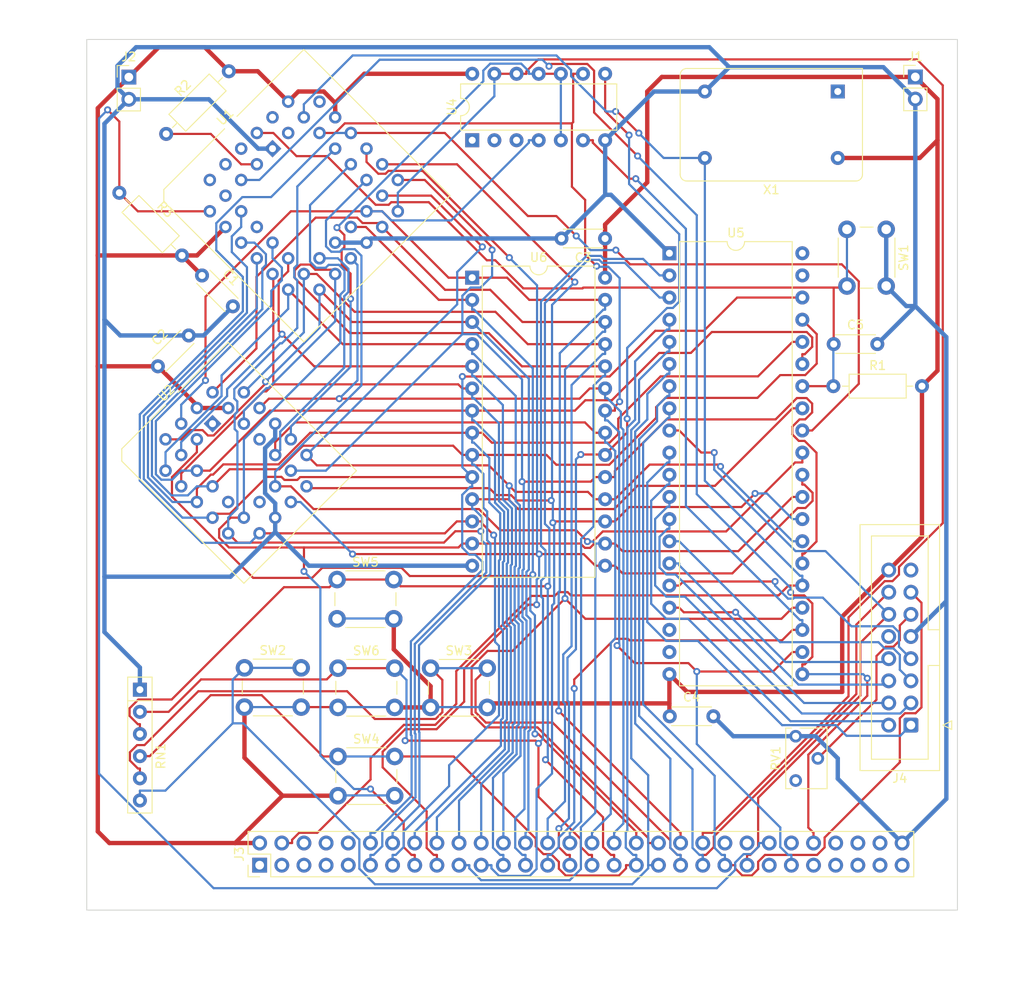
<source format=kicad_pcb>
(kicad_pcb (version 20221018) (generator pcbnew)
  (layers (0 "F.Cu" signal) (31 "B.Cu" signal) (34 "B.Paste" user) (35 "F.Paste" user) (36 "B.SilkS" user "B.Silkscreen") (37 "F.SilkS" user "F.Silkscreen") (38 "B.Mask" user) (39 "F.Mask" user) (44 "Edge.Cuts" user))
  (net 0 "")
  (net 1 "+5V")
  (net 2 "SW_DOWN")
  (net 3 "~{RST}")
  (net 4 "LCD_DB0")
  (net 5 "LCD_DB1")
  (net 6 "LCD_DB2")
  (net 7 "LCD_DB3")
  (net 8 "LCD_DB4")
  (net 9 "LCD_DB5")
  (net 10 "LCD_DB6")
  (net 11 "LCD_DB7")
  (net 12 "BACKLIGHT")
  (net 13 "LCD_E")
  (net 14 "LCD_R{slash}W")
  (net 15 "LCD_RS")
  (net 16 "Net-(U1-RDY)")
  (net 20 "~{IRQ}")
  (net 23 "A0")
  (net 24 "A1")
  (net 25 "A2")
  (net 26 "A3")
  (net 27 "A4")
  (net 28 "A5")
  (net 29 "A6")
  (net 30 "A7")
  (net 31 "A8")
  (net 32 "A9")
  (net 33 "A10")
  (net 34 "A11")
  (net 35 "A12")
  (net 36 "A13")
  (net 37 "A14")
  (net 38 "A15")
  (net 39 "D7")
  (net 40 "D6")
  (net 41 "D5")
  (net 42 "D4")
  (net 43 "D3")
  (net 44 "D2")
  (net 45 "D1")
  (net 46 "D0")
  (net 47 "R{slash}~{W}")
  (net 49 "CLK")
  (net 52 "ROM-SELECT")
  (net 56 "VIA-SELECT")
  (net 57 "MEM-SELECT")
  (net 68 "GND")
  (net 69 "SW_SEL")
  (net 70 "SW_UP")
  (net 71 "SW_RIGHT")
  (net 72 "SW_LEFT")
  (net 84 "~{RESET}")
  (net 85 "~{DMA}")
  (net 86 "~{NMI}")
  (net 88 "~{HALT}")
  (footprint "Package_DIP:DIP-40_W15.24mm" (layer "F.Cu") (at 163.576 76.454)
    (fp_text reference "U5")
    (fp_text value "6522")
  )
  (footprint "Package_DIP:DIP-28_W15.24mm" (layer "F.Cu") (at 140.965 79.258)
    (fp_text reference "U6")
    (fp_text value "KM62256CLP")
  )
  (footprint "Capacitor_THT:C_Disc_D4.3mm_W1.9mm_P5.00mm" (layer "F.Cu") (at 163.616 129.54)
    (fp_text reference "C4")
    (fp_text value "100nF")
  )
  (footprint "Connector_IDC:IDC-Header_2x08_P2.54mm_Vertical" (layer "F.Cu") (at 191.262 130.556 180)
    (fp_text reference "J4")
    (fp_text value "LCD_DISPLAY")
  )
  (footprint "Resistor_THT:R_Axial_DIN0207_L6.3mm_D2.5mm_P10.16mm_Horizontal" (layer "F.Cu") (at 182.372 91.694)
    (fp_text reference "R1")
    (fp_text value "1K")
  )
  (footprint "Button_Switch_THT:SW_PUSH_6mm" (layer "F.Cu") (at 136.196 124.024)
    (fp_text reference "SW3")
    (fp_text value "RIGHT")
  )
  (footprint "Capacitor_THT:C_Disc_D4.3mm_W1.9mm_P5.00mm" (layer "F.Cu") (at 156.2017 74.7638 180)
    (fp_text reference "C3")
    (fp_text value "100nF")
  )
  (footprint "Capacitor_THT:C_Disc_D4.3mm_W1.9mm_P5.00mm" (layer "F.Cu") (at 104.9303 89.4158 45)
    (fp_text reference "C2")
    (fp_text value "100nF")
  )
  (footprint "Package_LCC:PLCC-32_THT-Socket" (layer "F.Cu") (at 111.1978 95.9939 45)
    (fp_text reference "U2")
    (fp_text value "28C256")
  )
  (footprint "Connector_PinHeader_2.54mm:PinHeader_1x02_P2.54mm_Vertical" (layer "F.Cu") (at 191.7697 56.243)
    (fp_text reference "J1")
    (fp_text value "power")
  )
  (footprint "Button_Switch_THT:SW_PUSH_6mm" (layer "F.Cu") (at 125.58 124.024)
    (fp_text reference "SW6")
    (fp_text value "SELECT")
  )
  (footprint "Button_Switch_THT:SW_PUSH_6mm" (layer "F.Cu") (at 188.432 73.712 -90)
    (fp_text reference "SW1")
    (fp_text value "RESET")
  )
  (footprint "Package_LCC:PLCC-44_THT-Socket" (layer "F.Cu") (at 118.0739 64.4618 45)
    (fp_text reference "U1")
    (fp_text value "W65C02")
  )
  (footprint "Resistor_THT:R_Array_SIP6" (layer "F.Cu") (at 102.87 126.492 -90)
    (fp_text reference "RN1")
    (fp_text value "1K")
  )
  (footprint "Resistor_THT:R_Axial_DIN0207_L6.3mm_D2.5mm_P10.16mm_Horizontal" (layer "F.Cu") (at 100.5118 69.5238 -45)
    (fp_text reference "R3")
    (fp_text value "1K")
  )
  (footprint "Resistor_THT:R_Axial_DIN0207_L6.3mm_D2.5mm_P10.16mm_Horizontal" (layer "F.Cu") (at 105.8819 62.7741 45)
    (fp_text reference "R2")
    (fp_text value "1K")
  )
  (footprint "Connector_PinHeader_2.54mm:PinHeader_1x02_P2.54mm_Vertical" (layer "F.Cu") (at 101.6029 56.2648)
    (fp_text reference "J2")
    (fp_text value "power")
  )
  (footprint "Package_DIP:DIP-14_W7.62mm" (layer "F.Cu") (at 140.97 63.5 90)
    (fp_text reference "U4")
    (fp_text value "74HC00")
  )
  (footprint "Button_Switch_THT:SW_PUSH_6mm" (layer "F.Cu") (at 114.86 123.988)
    (fp_text reference "SW2")
    (fp_text value "LEFT")
  )
  (footprint "Capacitor_THT:C_Disc_D4.3mm_W1.9mm_P5.00mm" (layer "F.Cu") (at 109.9922 79.0042 -45)
    (fp_text reference "C1")
    (fp_text value "100nF")
  )
  (footprint "Capacitor_THT:C_Disc_D4.3mm_W1.9mm_P5.00mm" (layer "F.Cu") (at 182.412 86.868)
    (fp_text reference "C5")
    (fp_text value "100nF")
  )
  (footprint "Connector_PinHeader_2.54mm:PinHeader_2x30_P2.54mm_Vertical" (layer "F.Cu") (at 116.5996 146.6123 90)
    (fp_text reference "J3")
    (fp_text value "Conn_02x30_Odd_Even")
  )
  (footprint "Button_Switch_THT:SW_PUSH_6mm" (layer "F.Cu") (at 125.476 113.864)
    (fp_text reference "SW5")
    (fp_text value "UP")
  )
  (footprint "Button_Switch_THT:SW_PUSH_6mm" (layer "F.Cu") (at 125.58 134.148)
    (fp_text reference "SW4")
    (fp_text value "DOWN")
  )
  (footprint "Potentiometer_THT:Potentiometer_Bourns_3266W_Vertical" (layer "F.Cu") (at 178.054 131.826 90)
    (fp_text reference "RV1")
    (fp_text value "10K")
  )
  (footprint "Oscillator:Oscillator_DIP-14" (layer "F.Cu") (at 182.88 57.912 180)
    (fp_text reference "X1")
    (fp_text value "1MHz")
  )
  (gr_rect (start 96.774 51.943) (end 196.596 151.765) (stroke (width 0.1)) (fill none) (layer "Edge.Cuts"))
  (segment (start 125.2581 60.044) (end 125.2581 60.8697) (width 0.5) (layer "F.Cu") (net 1))
  (segment (start 123.952 57.9125) (end 121.031 57.9125) (width 0.5) (layer "F.Cu") (net 1))
  (segment (start 194.31 63.5) (end 194.31 89.916) (width 0.5) (layer "F.Cu") (net 1))
  (segment (start 116.5993 144.072) (end 116.5996 144.0723) (width 0.5) (layer "F.Cu") (net 1))
  (segment (start 132.08 128.524) (end 136.196 128.524) (width 0.5) (layer "F.Cu") (net 1))
  (segment (start 109.402 94.1978) (end 109.402 94.1979) (width 0.5) (layer "F.Cu") (net 1))
  (segment (start 98.044 59.8237) (end 98.044 76.708) (width 0.5) (layer "F.Cu") (net 1))
  (segment (start 194.31 63.5) (end 194.31 58.7833) (width 0.5) (layer "F.Cu") (net 1))
  (segment (start 192.532 108.966) (end 188.722 112.776) (width 0.5) (layer "F.Cu") (net 1))
  (segment (start 119.216 138.648) (end 125.58 138.648) (width 0.5) (layer "F.Cu") (net 1))
  (segment (start 109.9922 79.0042) (end 109.992 79.0042) (width 0.5) (layer "F.Cu") (net 1))
  (segment (start 98.044 76.708) (end 98.044 89.408) (width 0.5) (layer "F.Cu") (net 1))
  (segment (start 162.705 56.243) (end 161.036 57.912) (width 0.5) (layer "F.Cu") (net 1))
  (segment (start 105.036 52.832) (end 101.603 56.2648) (width 0.5) (layer "F.Cu") (net 1))
  (segment (start 156.202 73.1603) (end 156.202 74.8931) (width 0.5) (layer "F.Cu") (net 1))
  (segment (start 98.044 89.408) (end 98.044 142.748) (width 0.5) (layer "F.Cu") (net 1))
  (segment (start 163.576 128.0623) (end 163.576 129.5) (width 0.5) (layer "F.Cu") (net 1))
  (segment (start 110.308 52.832) (end 105.036 52.832) (width 0.5) (layer "F.Cu") (net 1))
  (segment (start 98.044 89.408) (end 98.0518 89.4158) (width 0.5) (layer "F.Cu") (net 1))
  (segment (start 192.278 65.532) (end 182.88 65.532) (width 0.5) (layer "F.Cu") (net 1))
  (segment (start 143.1577 128.0623) (end 142.696 128.524) (width 0.5) (layer "F.Cu") (net 1))
  (segment (start 119.87 59.0736) (end 119.87 59.0737) (width 0.5) (layer "F.Cu") (net 1))
  (segment (start 156.205 78.8474) (end 156.205 79.258) (width 0.5) (layer "F.Cu") (net 1))
  (segment (start 109.4017 94.1978) (end 109.402 94.1978) (width 0.5) (layer "F.Cu") (net 1))
  (segment (start 188.722 112.776) (end 183.388 118.11) (width 0.5) (layer "F.Cu") (net 1))
  (segment (start 163.576 129.5) (end 163.616 129.54) (width 0.5) (layer "F.Cu") (net 1))
  (segment (start 113.066 55.5899) (end 110.308 52.832) (width 0.5) (layer "F.Cu") (net 1))
  (segment (start 99.3683 144.072) (end 113.792 144.072) (width 0.5) (layer "F.Cu") (net 1))
  (segment (start 156.202 78.8444) (end 156.202 79.2547) (width 0.5) (layer "F.Cu") (net 1))
  (segment (start 109.402 93.8873) (end 109.402 94.1978) (width 0.5) (layer "F.Cu") (net 1))
  (segment (start 191.7697 56.243) (end 162.705 56.243) (width 0.5) (layer "F.Cu") (net 1))
  (segment (start 194.31 58.7833) (end 191.77 56.243) (width 0.5) (layer "F.Cu") (net 1))
  (segment (start 131.976 121.869) (end 131.976 118.364) (width 0.5) (layer "F.Cu") (net 1))
  (segment (start 191.77 56.243) (end 191.7697 56.243) (width 0.5) (layer "F.Cu") (net 1))
  (segment (start 112.6857 73.4421) (end 112.6858 73.4422) (width 0.5) (layer "F.Cu") (net 1))
  (segment (start 161.036 68.326) (end 156.202 73.1603) (width 0.5) (layer "F.Cu") (net 1))
  (segment (start 109.402 94.1979) (end 112.9938 94.1979) (width 0.5) (layer "F.Cu") (net 1))
  (segment (start 125.544 128.488) (end 125.58 128.524) (width 0.25) (layer "F.Cu") (net 1))
  (segment (start 163.576 124.714) (end 163.576 128.0623) (width 0.5) (layer "F.Cu") (net 1))
  (segment (start 112.6858 73.4422) (end 112.686 73.4421) (width 0.5) (layer "F.Cu") (net 1))
  (segment (start 192.532 91.694) (end 192.532 108.966) (width 0.5) (layer "F.Cu") (net 1))
  (segment (start 119.216 138.648) (end 114.86 134.292) (width 0.5) (layer "F.Cu") (net 1))
  (segment (start 107.696 76.708) (end 109.992 79.0042) (width 0.5) (layer "F.Cu") (net 1))
  (segment (start 116.386 55.5899) (end 113.0661 55.5899) (width 0.5) (layer "F.Cu") (net 1))
  (segment (start 156.2017 74.8928) (end 156.2017 74.7638) (width 0.5) (layer "F.Cu") (net 1))
  (segment (start 183.388 118.11) (end 183.388 126.746) (width 0.5) (layer "F.Cu") (net 1))
  (segment (start 116.5993 144.072) (end 116.6 144.072) (width 0.5) (layer "F.Cu") (net 1))
  (segment (start 125.258 60.0439) (end 125.2581 60.044) (width 0.5) (layer "F.Cu") (net 1))
  (segment (start 121.36 128.488) (end 125.544 128.488) (width 0.25) (layer "F.Cu") (net 1))
  (segment (start 121.031 57.9125) (end 119.87 59.0736) (width 0.5) (layer "F.Cu") (net 1))
  (segment (start 156.202 74.8931) (end 156.202 78.8444) (width 0.5) (layer "F.Cu") (net 1))
  (segment (start 98.044 142.748) (end 99.3683 144.072) (width 0.5) (layer "F.Cu") (net 1))
  (segment (start 194.31 63.5) (end 192.278 65.532) (width 0.5) (layer "F.Cu") (net 1))
  (segment (start 161.036 57.912) (end 161.036 68.326) (width 0.5) (layer "F.Cu") (net 1))
  (segment (start 109.42 76.708) (end 112.6858 73.4422) (width 0.5) (layer "F.Cu") (net 1))
  (segment (start 107.696 76.708) (end 109.42 76.708) (width 0.5) (layer "F.Cu") (net 1))
  (segment (start 107.696 76.708) (end 98.044 76.708) (width 0.5) (layer "F.Cu") (net 1))
  (segment (start 125.258 59.2181) (end 125.258 60.0439) (width 0.5) (layer "F.Cu") (net 1))
  (segment (start 113.792 144.072) (end 119.216 138.648) (width 0.5) (layer "F.Cu") (net 1))
  (segment (start 125.258 59.2181) (end 128.596 55.88) (width 0.5) (layer "F.Cu") (net 1))
  (segment (start 112.9938 94.1979) (end 112.994 94.1979) (width 0.5) (layer "F.Cu") (net 1))
  (segment (start 104.93 89.4158) (end 109.402 93.8873) (width 0.5) (layer "F.Cu") (net 1))
  (segment (start 112.9938 94.1979) (end 112.9939 94.1978) (width 0.5) (layer "F.Cu") (net 1))
  (segment (start 119.87 59.0737) (end 116.386 55.5899) (width 0.5) (layer "F.Cu") (net 1))
  (segment (start 114.86 134.292) (end 114.86 128.488) (width 0.5) (layer "F.Cu") (net 1))
  (segment (start 136.196 126.089) (end 131.976 121.869) (width 0.5) (layer "F.Cu") (net 1))
  (segment (start 101.603 56.2648) (end 101.6029 56.2648) (width 0.5) (layer "F.Cu") (net 1))
  (segment (start 101.6029 56.2648) (end 98.044 59.8237) (width 0.5) (layer "F.Cu") (net 1))
  (segment (start 183.388 126.746) (end 165.608 126.746) (width 0.5) (layer "F.Cu") (net 1))
  (segment (start 125.258 59.2181) (end 123.952 57.9125) (width 0.5) (layer "F.Cu") (net 1))
  (segment (start 113.0661 55.5899) (end 113.066 55.5899) (width 0.5) (layer "F.Cu") (net 1))
  (segment (start 128.596 55.88) (end 140.97 55.88) (width 0.5) (layer "F.Cu") (net 1))
  (segment (start 194.31 89.916) (end 192.532 91.694) (width 0.5) (layer "F.Cu") (net 1))
  (segment (start 163.576 128.0623) (end 143.1577 128.0623) (width 0.5) (layer "F.Cu") (net 1))
  (segment (start 156.202 74.8931) (end 156.2017 74.8928) (width 0.5) (layer "F.Cu") (net 1))
  (segment (start 165.608 126.746) (end 163.576 124.714) (width 0.5) (layer "F.Cu") (net 1))
  (segment (start 98.0518 89.4158) (end 104.93 89.4158) (width 0.5) (layer "F.Cu") (net 1))
  (segment (start 136.196 128.524) (end 136.196 126.089) (width 0.5) (layer "F.Cu") (net 1))
  (segment (start 156.202 78.8444) (end 156.205 78.8474) (width 0.5) (layer "F.Cu") (net 1))
  (segment (start 104.9303 89.4158) (end 104.93 89.4158) (width 0.5) (layer "F.Cu") (net 1))
  (segment (start 125.258 60.0439) (end 125.258 60.8697) (width 0.5) (layer "F.Cu") (net 1))
  (segment (start 113.792 144.072) (end 116.5993 144.072) (width 0.5) (layer "F.Cu") (net 1))
  (segment (start 125.58 138.612) (end 132.044 138.612) (width 0.25) (layer "B.Cu") (net 1))
  (segment (start 132.044 128.488) (end 132.08 128.524) (width 0.5) (layer "B.Cu") (net 1))
  (segment (start 125.58 138.648) (end 125.58 138.612) (width 0.5) (layer "B.Cu") (net 1))
  (segment (start 132.028 128.488) (end 132.044 128.488) (width 0.5) (layer "B.Cu") (net 1))
  (segment (start 125.528 118.328) (end 131.976 118.328) (width 0.25) (layer "B.Cu") (net 1))
  (segment (start 142.696 128.524) (end 142.696 128.488) (width 0.5) (layer "B.Cu") (net 1))
  (segment (start 125.58 128.524) (end 125.58 128.488) (width 0.5) (layer "B.Cu") (net 1))
  (segment (start 132.044 138.612) (end 132.08 138.648) (width 0.5) (layer "B.Cu") (net 1))
  (segment (start 132.044 138.612) (end 132.08 138.612) (width 0.25) (layer "B.Cu") (net 1))
  (segment (start 131.976 118.328) (end 132.028 118.328) (width 0.25) (layer "B.Cu") (net 1))
  (segment (start 114.86 128.488) (end 121.36 128.488) (width 0.25) (layer "B.Cu") (net 1))
  (segment (start 131.976 118.364) (end 131.976 118.328) (width 0.5) (layer "B.Cu") (net 1))
  (segment (start 136.196 128.488) (end 142.696 128.488) (width 0.25) (layer "B.Cu") (net 1))
  (segment (start 125.58 128.488) (end 132.028 128.488) (width 0.25) (layer "B.Cu") (net 1))
  (segment (start 136.196 128.524) (end 136.196 128.488) (width 0.5) (layer "B.Cu") (net 1))
  (segment (start 125.528 118.328) (end 125.512 118.328) (width 0.5) (layer "B.Cu") (net 1))
  (segment (start 125.528 128.488) (end 125.58 128.488) (width 0.25) (layer "B.Cu") (net 1))
  (segment (start 125.512 118.328) (end 125.476 118.364) (width 0.5) (layer "B.Cu") (net 1))
  (segment (start 159.7796 146.6123) (end 158.6045 146.6123) (width 0.25) (layer "F.Cu") (net 2))
  (segment (start 116.8302 127.12) (end 123.8582 134.148) (width 0.25) (layer "F.Cu") (net 2))
  (segment (start 138.8389 134.148) (end 132.08 134.148) (width 0.25) (layer "F.Cu") (net 2))
  (segment (start 149.1309 145.3423) (end 148.2602 144.4716) (width 0.25) (layer "F.Cu") (net 2))
  (segment (start 123.8582 134.148) (end 125.58 134.148) (width 0.25) (layer "F.Cu") (net 2))
  (segment (start 151.6823 147.7969) (end 150.9041 147.0187) (width 0.25) (layer "F.Cu") (net 2))
  (segment (start 157.7871 147.7969) (end 151.6823 147.7969) (width 0.25) (layer "F.Cu") (net 2))
  (segment (start 150.9041 147.0187) (end 150.9041 146.2327) (width 0.25) (layer "F.Cu") (net 2))
  (segment (start 110.9871 127.12) (end 116.8302 127.12) (width 0.25) (layer "F.Cu") (net 2))
  (segment (start 103.9951 134.112) (end 110.9871 127.12) (width 0.25) (layer "F.Cu") (net 2))
  (segment (start 150.9041 146.2327) (end 150.0137 145.3423) (width 0.25) (layer "F.Cu") (net 2))
  (segment (start 148.2602 143.5693) (end 138.8389 134.148) (width 0.25) (layer "F.Cu") (net 2))
  (segment (start 102.87 134.112) (end 103.9951 134.112) (width 0.25) (layer "F.Cu") (net 2))
  (segment (start 158.6045 146.6123) (end 158.6045 146.9795) (width 0.25) (layer "F.Cu") (net 2))
  (segment (start 148.2602 144.4716) (end 148.2602 143.5693) (width 0.25) (layer "F.Cu") (net 2))
  (segment (start 158.6045 146.9795) (end 157.7871 147.7969) (width 0.25) (layer "F.Cu") (net 2))
  (segment (start 150.0137 145.3423) (end 149.1309 145.3423) (width 0.25) (layer "F.Cu") (net 2))
  (segment (start 163.576 85.1991) (end 163.2947 85.1991) (width 0.25) (layer "B.Cu") (net 2))
  (segment (start 159.4143 145.4372) (end 159.7796 145.4372) (width 0.25) (layer "B.Cu") (net 2))
  (segment (start 163.576 84.074) (end 163.576 85.1991) (width 0.25) (layer "B.Cu") (net 2))
  (segment (start 159.6479 95.5394) (end 158.7528 96.4345) (width 0.25) (layer "B.Cu") (net 2))
  (segment (start 158.7528 96.4345) (end 158.7528 142.6572) (width 0.25) (layer "B.Cu") (net 2))
  (segment (start 158.5738 142.8362) (end 158.5738 144.5967) (width 0.25) (layer "B.Cu") (net 2))
  (segment (start 163.2947 85.1991) (end 159.6479 88.8459) (width 0.25) (layer "B.Cu") (net 2))
  (segment (start 159.7796 146.6123) (end 159.7796 145.4372) (width 0.25) (layer "B.Cu") (net 2))
  (segment (start 158.7528 142.6572) (end 158.5738 142.8362) (width 0.25) (layer "B.Cu") (net 2))
  (segment (start 125.58 134.148) (end 132.08 134.148) (width 0.25) (layer "B.Cu") (net 2))
  (segment (start 159.6479 88.8459) (end 159.6479 95.5394) (width 0.25) (layer "B.Cu") (net 2))
  (segment (start 158.5738 144.5967) (end 159.4143 145.4372) (width 0.25) (layer "B.Cu") (net 2))
  (segment (start 153.6094 80.487) (end 153.7067 80.3897) (width 0.25) (layer "F.Cu") (net 3))
  (segment (start 135.9885 70.6023) (end 142.6458 77.2596) (width 0.25) (layer "F.Cu") (net 3))
  (segment (start 146.8336 80.487) (end 153.6094 80.487) (width 0.25) (layer "F.Cu") (net 3))
  (segment (start 153.7067 80.3897) (end 182.412 80.3897) (width 0.25) (layer "F.Cu") (net 3))
  (segment (start 131.69 70.6023) (end 135.9885 70.6023) (width 0.25) (layer "F.Cu") (net 3))
  (segment (start 182.412 80.3897) (end 183.7543 80.3897) (width 0.25) (layer "F.Cu") (net 3))
  (segment (start 131.3933 70.899) (end 131.69 70.6023) (width 0.25) (layer "F.Cu") (net 3))
  (segment (start 143.6062 77.2596) (end 146.8336 80.487) (width 0.25) (layer "F.Cu") (net 3))
  (segment (start 182.372 91.694) (end 178.816 91.694) (width 0.25) (layer "F.Cu") (net 3))
  (segment (start 124.3209 65.3205) (end 129.8994 70.899) (width 0.25) (layer "F.Cu") (net 3))
  (segment (start 116.2778 62.6657) (end 118.1663 62.6657) (width 0.25) (layer "F.Cu") (net 3))
  (segment (start 182.412 80.3897) (end 182.412 86.868) (width 0.25) (layer "F.Cu") (net 3))
  (segment (start 129.8994 70.899) (end 131.3933 70.899) (width 0.25) (layer "F.Cu") (net 3))
  (segment (start 183.7543 80.3897) (end 183.932 80.212) (width 0.25) (layer "F.Cu") (net 3))
  (segment (start 142.6458 77.2596) (end 143.6062 77.2596) (width 0.25) (layer "F.Cu") (net 3))
  (segment (start 120.8211 65.3205) (end 124.3209 65.3205) (width 0.25) (layer "F.Cu") (net 3))
  (segment (start 118.1663 62.6657) (end 120.8211 65.3205) (width 0.25) (layer "F.Cu") (net 3))
  (segment (start 182.412 86.868) (end 182.372 86.908) (width 0.25) (layer "B.Cu") (net 3))
  (segment (start 182.372 86.908) (end 182.372 91.694) (width 0.25) (layer "B.Cu") (net 3))
  (segment (start 183.932 73.712) (end 183.932 80.212) (width 0.25) (layer "B.Cu") (net 3))
  (segment (start 163.576 99.314) (end 163.576 100.4391) (width 0.25) (layer "B.Cu") (net 4))
  (segment (start 191.262 130.556) (end 190.0393 131.7787) (width 0.25) (layer "B.Cu") (net 4))
  (segment (start 166.8463 120.904) (end 163.2052 120.904) (width 0.25) (layer "B.Cu") (net 4))
  (segment (start 163.3428 100.4391) (end 163.576 100.4391) (width 0.25) (layer "B.Cu") (net 4))
  (segment (start 161.038 102.7439) (end 163.3428 100.4391) (width 0.25) (layer "B.Cu") (net 4))
  (segment (start 161.038 118.7368) (end 161.038 102.7439) (width 0.25) (layer "B.Cu") (net 4))
  (segment (start 163.2052 120.904) (end 161.038 118.7368) (width 0.25) (layer "B.Cu") (net 4))
  (segment (start 182.6612 130.556) (end 176.4983 130.556) (width 0.25) (layer "B.Cu") (net 4))
  (segment (start 176.4983 130.556) (end 166.8463 120.904) (width 0.25) (layer "B.Cu") (net 4))
  (segment (start 183.8839 131.7787) (end 182.6612 130.556) (width 0.25) (layer "B.Cu") (net 4))
  (segment (start 190.0393 131.7787) (end 183.8839 131.7787) (width 0.25) (layer "B.Cu") (net 4))
  (segment (start 163.2092 118.364) (end 161.4881 116.6429) (width 0.25) (layer "B.Cu") (net 5))
  (segment (start 188.2719 130.1059) (end 177.4567 130.1059) (width 0.25) (layer "B.Cu") (net 5))
  (segment (start 163.576 101.854) (end 163.576 102.9791) (width 0.25) (layer "B.Cu") (net 5))
  (segment (start 161.4881 116.6429) (end 161.4881 104.8338) (width 0.25) (layer "B.Cu") (net 5))
  (segment (start 163.3428 102.9791) (end 163.576 102.9791) (width 0.25) (layer "B.Cu") (net 5))
  (segment (start 188.722 130.556) (end 188.2719 130.1059) (width 0.25) (layer "B.Cu") (net 5))
  (segment (start 161.4881 104.8338) (end 163.3428 102.9791) (width 0.25) (layer "B.Cu") (net 5))
  (segment (start 177.4567 130.1059) (end 165.7148 118.364) (width 0.25) (layer "B.Cu") (net 5))
  (segment (start 165.7148 118.364) (end 163.2092 118.364) (width 0.25) (layer "B.Cu") (net 5))
  (segment (start 163.3428 105.5191) (end 163.576 105.5191) (width 0.25) (layer "B.Cu") (net 6))
  (segment (start 161.9383 106.9236) (end 163.3428 105.5191) (width 0.25) (layer "B.Cu") (net 6))
  (segment (start 161.9383 114.5402) (end 161.9383 106.9236) (width 0.25) (layer "B.Cu") (net 6))
  (segment (start 165.36 115.824) (end 163.2221 115.824) (width 0.25) (layer "B.Cu") (net 6))
  (segment (start 178.7567 129.2207) (end 165.36 115.824) (width 0.25) (layer "B.Cu") (net 6))
  (segment (start 191.262 128.016) (end 190.0573 129.2207) (width 0.25) (layer "B.Cu") (net 6))
  (segment (start 190.0573 129.2207) (end 178.7567 129.2207) (width 0.25) (layer "B.Cu") (net 6))
  (segment (start 163.2221 115.824) (end 161.9383 114.5402) (width 0.25) (layer "B.Cu") (net 6))
  (segment (start 163.576 104.394) (end 163.576 105.5191) (width 0.25) (layer "B.Cu") (net 6))
  (segment (start 164.2822 113.284) (end 179.0142 128.016) (width 0.25) (layer "B.Cu") (net 7))
  (segment (start 163.576 108.0591) (end 163.3428 108.0591) (width 0.25) (layer "B.Cu") (net 7))
  (segment (start 163.576 106.934) (end 163.576 108.0591) (width 0.25) (layer "B.Cu") (net 7))
  (segment (start 162.4413 108.9606) (end 162.4413 112.4903) (width 0.25) (layer "B.Cu") (net 7))
  (segment (start 162.4413 112.4903) (end 163.235 113.284) (width 0.25) (layer "B.Cu") (net 7))
  (segment (start 163.3428 108.0591) (end 162.4413 108.9606) (width 0.25) (layer "B.Cu") (net 7))
  (segment (start 163.235 113.284) (end 164.2822 113.284) (width 0.25) (layer "B.Cu") (net 7))
  (segment (start 179.0142 128.016) (end 188.722 128.016) (width 0.25) (layer "B.Cu") (net 7))
  (segment (start 176.2725 121.0454) (end 164.7011 109.474) (width 0.25) (layer "B.Cu") (net 8))
  (segment (start 188.2588 121.7608) (end 187.5434 121.0454) (width 0.25) (layer "B.Cu") (net 8))
  (segment (start 163.576 109.474) (end 164.7011 109.474) (width 0.25) (layer "B.Cu") (net 8))
  (segment (start 191.262 125.476) (end 189.992 124.206) (width 0.25) (layer "B.Cu") (net 8))
  (segment (start 189.992 124.206) (end 189.992 122.4966) (width 0.25) (layer "B.Cu") (net 8))
  (segment (start 187.5434 121.0454) (end 176.2725 121.0454) (width 0.25) (layer "B.Cu") (net 8))
  (segment (start 189.2562 121.7608) (end 188.2588 121.7608) (width 0.25) (layer "B.Cu") (net 8))
  (segment (start 189.992 122.4966) (end 189.2562 121.7608) (width 0.25) (layer "B.Cu") (net 8))
  (segment (start 188.289 125.909) (end 178.3792 125.909) (width 0.25) (layer "B.Cu") (net 9))
  (segment (start 163.576 112.014) (end 164.7011 112.014) (width 0.25) (layer "B.Cu") (net 9))
  (segment (start 164.7011 112.2309) (end 164.7011 112.014) (width 0.25) (layer "B.Cu") (net 9))
  (segment (start 178.3792 125.909) (end 164.7011 112.2309) (width 0.25) (layer "B.Cu") (net 9))
  (segment (start 188.722 125.476) (end 188.289 125.909) (width 0.25) (layer "B.Cu") (net 9))
  (segment (start 175.688 114.0877) (end 165.1674 114.0877) (width 0.25) (layer "F.Cu") (net 10))
  (segment (start 163.576 114.554) (end 164.7011 114.554) (width 0.25) (layer "F.Cu") (net 10))
  (segment (start 165.1674 114.0877) (end 164.7011 114.554) (width 0.25) (layer "F.Cu") (net 10))
  (via (at 175.688 114.0877) (size 0.8) (drill 0.4) (layers "F.Cu" "B.Cu") (net 10))
  (segment (start 175.688 114.0877) (end 175.688 114.571) (width 0.25) (layer "B.Cu") (net 10))
  (segment (start 181.1594 115.9385) (end 184.4417 119.2208) (width 0.25) (layer "B.Cu") (net 10))
  (segment (start 177.1701 116.0531) (end 177.7708 116.0531) (width 0.25) (layer "B.Cu") (net 10))
  (segment (start 189.8972 121.5712) (end 191.262 122.936) (width 0.25) (layer "B.Cu") (net 10))
  (segment (start 184.4417 119.2208) (end 189.2117 119.2208) (width 0.25) (layer "B.Cu") (net 10))
  (segment (start 177.8854 115.9385) (end 181.1594 115.9385) (width 0.25) (layer "B.Cu") (net 10))
  (segment (start 189.8972 119.9063) (end 189.8972 121.5712) (width 0.25) (layer "B.Cu") (net 10))
  (segment (start 189.2117 119.2208) (end 189.8972 119.9063) (width 0.25) (layer "B.Cu") (net 10))
  (segment (start 175.688 114.571) (end 177.1701 116.0531) (width 0.25) (layer "B.Cu") (net 10))
  (segment (start 177.7708 116.0531) (end 177.8854 115.9385) (width 0.25) (layer "B.Cu") (net 10))
  (segment (start 163.576 117.094) (end 164.7011 117.094) (width 0.25) (layer "F.Cu") (net 11))
  (segment (start 165.223 117.6159) (end 164.7011 117.094) (width 0.25) (layer "F.Cu") (net 11))
  (segment (start 171.1649 117.6159) (end 165.223 117.6159) (width 0.25) (layer "F.Cu") (net 11))
  (via (at 171.1649 117.6159) (size 0.8) (drill 0.4) (layers "F.Cu" "B.Cu") (net 11))
  (segment (start 188.722 122.936) (end 188.341 123.317) (width 0.25) (layer "B.Cu") (net 11))
  (segment (start 176.866 123.317) (end 171.1649 117.6159) (width 0.25) (layer "B.Cu") (net 11))
  (segment (start 188.341 123.317) (end 176.866 123.317) (width 0.25) (layer "B.Cu") (net 11))
  (segment (start 189.992 120.827) (end 189.992 119.126) (width 0.25) (layer "F.Cu") (net 12))
  (segment (start 187.3158 122.6333) (end 188.3779 121.5712) (width 0.25) (layer "F.Cu") (net 12))
  (segment (start 189.992 119.126) (end 191.262 117.856) (width 0.25) (layer "F.Cu") (net 12))
  (segment (start 187.3158 127.6442) (end 187.3158 122.6333) (width 0.25) (layer "F.Cu") (net 12))
  (segment (start 188.3779 121.5712) (end 189.2478 121.5712) (width 0.25) (layer "F.Cu") (net 12))
  (segment (start 180.594 134.366) (end 187.3158 127.6442) (width 0.25) (layer "F.Cu") (net 12))
  (segment (start 189.2478 121.5712) (end 189.992 120.827) (width 0.25) (layer "F.Cu") (net 12))
  (segment (start 172.4796 146.6123) (end 172.4796 145.4372) (width 0.25) (layer "F.Cu") (net 13))
  (segment (start 163.576 96.774) (end 164.7011 96.774) (width 0.25) (layer "F.Cu") (net 13))
  (segment (start 188.722 117.856) (end 185.4602 121.1178) (width 0.25) (layer "F.Cu") (net 13))
  (segment (start 168.7133 99.3048) (end 168.7133 99.3049) (width 0.25) (layer "F.Cu") (net 13))
  (segment (start 185.4602 121.1178) (end 185.4602 127.172) (width 0.25) (layer "F.Cu") (net 13))
  (segment (start 167.2319 99.3048) (end 168.7133 99.3048) (width 0.25) (layer "F.Cu") (net 13))
  (segment (start 173.7496 138.8826) (end 173.7496 144.5324) (width 0.25) (layer "F.Cu") (net 13))
  (segment (start 172.8448 145.4372) (end 172.4796 145.4372) (width 0.25) (layer "F.Cu") (net 13))
  (segment (start 173.7496 144.5324) (end 172.8448 145.4372) (width 0.25) (layer "F.Cu") (net 13))
  (segment (start 185.4602 127.172) (end 173.7496 138.8826) (width 0.25) (layer "F.Cu") (net 13))
  (segment (start 164.7011 96.774) (end 167.2319 99.3048) (width 0.25) (layer "F.Cu") (net 13))
  (via (at 168.7133 99.3049) (size 0.8) (drill 0.4) (layers "F.Cu" "B.Cu") (net 13))
  (segment (start 181.4651 110.5991) (end 178.0369 110.5991) (width 0.25) (layer "B.Cu") (net 13))
  (segment (start 178.0369 110.5991) (end 168.7133 101.2755) (width 0.25) (layer "B.Cu") (net 13))
  (segment (start 168.7133 101.2755) (end 168.7133 99.3049) (width 0.25) (layer "B.Cu") (net 13))
  (segment (start 188.722 117.856) (end 181.4651 110.5991) (width 0.25) (layer "B.Cu") (net 13))
  (segment (start 180.5031 145.4371) (end 174.5307 145.4371) (width 0.25) (layer "F.Cu") (net 14))
  (segment (start 192.4771 116.5311) (end 192.4771 128.5157) (width 0.25) (layer "F.Cu") (net 14))
  (segment (start 191.262 115.316) (end 192.4771 116.5311) (width 0.25) (layer "F.Cu") (net 14))
  (segment (start 192.4771 128.5157) (end 191.8016 129.1912) (width 0.25) (layer "F.Cu") (net 14))
  (segment (start 171.9254 147.7883) (end 171.1147 146.9776) (width 0.25) (layer "F.Cu") (net 14))
  (segment (start 169.9396 146.6123) (end 171.1147 146.6123) (width 0.25) (layer "F.Cu") (net 14))
  (segment (start 171.1147 146.9776) (end 171.1147 146.6123) (width 0.25) (layer "F.Cu") (net 14))
  (segment (start 190.5744 129.1912) (end 189.9915 129.7741) (width 0.25) (layer "F.Cu") (net 14))
  (segment (start 189.9915 129.7741) (end 189.9915 134.8204) (width 0.25) (layer "F.Cu") (net 14))
  (segment (start 173.7496 146.2182) (end 173.7496 147.0637) (width 0.25) (layer "F.Cu") (net 14))
  (segment (start 173.7496 147.0637) (end 173.025 147.7883) (width 0.25) (layer "F.Cu") (net 14))
  (segment (start 181.3696 144.5706) (end 180.5031 145.4371) (width 0.25) (layer "F.Cu") (net 14))
  (segment (start 181.3696 143.4423) (end 181.3696 144.5706) (width 0.25) (layer "F.Cu") (net 14))
  (segment (start 191.8016 129.1912) (end 190.5744 129.1912) (width 0.25) (layer "F.Cu") (net 14))
  (segment (start 173.025 147.7883) (end 171.9254 147.7883) (width 0.25) (layer "F.Cu") (net 14))
  (segment (start 174.5307 145.4371) (end 173.7496 146.2182) (width 0.25) (layer "F.Cu") (net 14))
  (segment (start 189.9915 134.8204) (end 181.3696 143.4423) (width 0.25) (layer "F.Cu") (net 14))
  (segment (start 169.5723 145.4372) (end 168.7645 144.6294) (width 0.25) (layer "B.Cu") (net 14))
  (segment (start 163.576 94.234) (end 163.576 95.3591) (width 0.25) (layer "B.Cu") (net 14))
  (segment (start 169.9396 145.4372) (end 169.5723 145.4372) (width 0.25) (layer "B.Cu") (net 14))
  (segment (start 163.3996 95.3591) (end 163.576 95.3591) (width 0.25) (layer "B.Cu") (net 14))
  (segment (start 168.7645 144.6294) (end 168.7645 136.3658) (width 0.25) (layer "B.Cu") (net 14))
  (segment (start 160.5601 98.1986) (end 163.3996 95.3591) (width 0.25) (layer "B.Cu") (net 14))
  (segment (start 160.5601 128.1614) (end 160.5601 98.1986) (width 0.25) (layer "B.Cu") (net 14))
  (segment (start 169.9396 146.6123) (end 169.9396 145.4372) (width 0.25) (layer "B.Cu") (net 14))
  (segment (start 168.7645 136.3658) (end 160.5601 128.1614) (width 0.25) (layer "B.Cu") (net 14))
  (segment (start 185.01 126.9855) (end 168.6696 143.3259) (width 0.25) (layer "F.Cu") (net 15))
  (segment (start 167.3996 146.6123) (end 167.3996 145.4372) (width 0.25) (layer "F.Cu") (net 15))
  (segment (start 168.6696 143.3259) (end 168.6696 144.5324) (width 0.25) (layer "F.Cu") (net 15))
  (segment (start 185.01 119.028) (end 185.01 126.9855) (width 0.25) (layer "F.Cu") (net 15))
  (segment (start 188.722 115.316) (end 185.01 119.028) (width 0.25) (layer "F.Cu") (net 15))
  (segment (start 167.7648 145.4372) (end 167.3996 145.4372) (width 0.25) (layer "F.Cu") (net 15))
  (segment (start 168.6696 144.5324) (end 167.7648 145.4372) (width 0.25) (layer "F.Cu") (net 15))
  (segment (start 166.2245 144.6294) (end 166.2245 135.6127) (width 0.25) (layer "B.Cu") (net 15))
  (segment (start 167.3996 145.4372) (end 167.0323 145.4372) (width 0.25) (layer "B.Cu") (net 15))
  (segment (start 162.1612 95.7201) (end 162.1612 94.0007) (width 0.25) (layer "B.Cu") (net 15))
  (segment (start 163.576 91.694) (end 163.576 92.8191) (width 0.25) (layer "B.Cu") (net 15))
  (segment (start 166.2245 135.6127) (end 160.1099 129.4981) (width 0.25) (layer "B.Cu") (net 15))
  (segment (start 162.1612 94.0007) (end 163.3428 92.8191) (width 0.25) (layer "B.Cu") (net 15))
  (segment (start 167.0323 145.4372) (end 166.2245 144.6294) (width 0.25) (layer "B.Cu") (net 15))
  (segment (start 160.1099 97.7714) (end 162.1612 95.7201) (width 0.25) (layer "B.Cu") (net 15))
  (segment (start 167.3996 146.6123) (end 167.3996 145.4372) (width 0.25) (layer "B.Cu") (net 15))
  (segment (start 163.3428 92.8191) (end 163.576 92.8191) (width 0.25) (layer "B.Cu") (net 15))
  (segment (start 160.1099 129.4981) (end 160.1099 97.7714) (width 0.25) (layer "B.Cu") (net 15))
  (segment (start 116.2778 66.2579) (end 114.4819 66.2579) (width 0.25) (layer "F.Cu") (net 16))
  (segment (start 114.4819 66.2579) (end 110.9981 62.7741) (width 0.25) (layer "F.Cu") (net 16))
  (segment (start 110.9981 62.7741) (end 105.8819 62.7741) (width 0.25) (layer "F.Cu") (net 16))
  (segment (start 179.5015 133.9469) (end 186.2626 127.1858) (width 0.25) (layer "F.Cu") (net 20))
  (segment (start 159.932 65.3075) (end 154.94 60.3155) (width 0.25) (layer "F.Cu") (net 20))
  (segment (start 186.2626 127.1858) (end 186.2626 125.1837) (width 0.25) (layer "F.Cu") (net 20))
  (segment (start 177.8227 115.6803) (end 177.4704 115.328) (width 0.25) (layer "F.Cu") (net 20))
  (segment (start 179.0973 123.5889) (end 179.9641 122.7221) (width 0.25) (layer "F.Cu") (net 20))
  (segment (start 154.1687 54.7548) (end 150.0304 54.7548) (width 0.25) (layer "F.Cu") (net 20))
  (segment (start 178.816 124.714) (end 178.816 123.5889) (width 0.25) (layer "F.Cu") (net 20))
  (segment (start 179.9641 116.6079) (end 179.0365 115.6803) (width 0.25) (layer "F.Cu") (net 20))
  (segment (start 179.0365 115.6803) (end 177.8227 115.6803) (width 0.25) (layer "F.Cu") (net 20))
  (segment (start 150.0304 54.7548) (end 149.7711 55.0141) (width 0.25) (layer "F.Cu") (net 20))
  (segment (start 180.0996 142.8972) (end 179.5015 142.2991) (width 0.25) (layer "F.Cu") (net 20))
  (segment (start 154.94 55.5261) (end 154.1687 54.7548) (width 0.25) (layer "F.Cu") (net 20))
  (segment (start 179.9641 122.7221) (end 179.9641 116.6079) (width 0.25) (layer "F.Cu") (net 20))
  (segment (start 180.0996 144.0723) (end 180.0996 142.8972) (width 0.25) (layer "F.Cu") (net 20))
  (segment (start 179.5015 142.2991) (end 179.5015 133.9469) (width 0.25) (layer "F.Cu") (net 20))
  (segment (start 154.94 60.3155) (end 154.94 55.5261) (width 0.25) (layer "F.Cu") (net 20))
  (segment (start 178.816 123.5889) (end 179.0973 123.5889) (width 0.25) (layer "F.Cu") (net 20))
  (via (at 177.4704 115.328) (size 0.8) (drill 0.4) (layers "F.Cu" "B.Cu") (net 20))
  (via (at 159.932 65.3075) (size 0.8) (drill 0.4) (layers "F.Cu" "B.Cu") (net 20))
  (via (at 186.2626 125.1837) (size 0.8) (drill 0.4) (layers "F.Cu" "B.Cu") (net 20))
  (via (at 149.7711 55.0141) (size 0.8) (drill 0.4) (layers "F.Cu" "B.Cu") (net 20))
  (segment (start 177.4704 114.8298) (end 166.7131 104.0725) (width 0.25) (layer "B.Cu") (net 20))
  (segment (start 166.7131 104.0725) (end 166.7131 72.0886) (width 0.25) (layer "B.Cu") (net 20))
  (segment (start 177.4704 115.328) (end 177.4704 114.8298) (width 0.25) (layer "B.Cu") (net 20))
  (segment (start 116.5648 68.0539) (end 130.3501 54.2686) (width 0.25) (layer "B.Cu") (net 20))
  (segment (start 149.0256 54.2686) (end 149.7711 55.0141) (width 0.25) (layer "B.Cu") (net 20))
  (segment (start 166.7131 72.0886) (end 159.932 65.3075) (width 0.25) (layer "B.Cu") (net 20))
  (segment (start 185.7929 124.714) (end 186.2626 125.1837) (width 0.25) (layer "B.Cu") (net 20))
  (segment (start 130.3501 54.2686) (end 149.0256 54.2686) (width 0.25) (layer "B.Cu") (net 20))
  (segment (start 114.4818 68.0539) (end 116.5648 68.0539) (width 0.25) (layer "B.Cu") (net 20))
  (segment (start 178.816 124.714) (end 185.7929 124.714) (width 0.25) (layer "B.Cu") (net 20))
  (segment (start 139.8399 90.5891) (end 156.7118 90.5891) (width 0.25) (layer "F.Cu") (net 23))
  (segment (start 167.532 85.344) (end 171.342 81.534) (width 0.25) (layer "F.Cu") (net 23))
  (segment (start 156.7118 90.5891) (end 161.9569 85.344) (width 0.25) (layer "F.Cu") (net 23))
  (segment (start 171.342 81.534) (end 177.6909 81.534) (width 0.25) (layer "F.Cu") (net 23))
  (segment (start 113.1942 106.32) (end 117.4214 102.0928) (width 0.25) (layer "F.Cu") (net 23))
  (segment (start 117.4214 102.0928) (end 119.0928 102.0928) (width 0.25) (layer "F.Cu") (net 23))
  (segment (start 119.0928 102.0928) (end 119.4435 102.4435) (width 0.25) (layer "F.Cu") (net 23))
  (segment (start 111.1978 106.7702) (end 111.648 106.32) (width 0.25) (layer "F.Cu") (net 23))
  (segment (start 119.4435 102.4435) (end 120.9127 102.4435) (width 0.25) (layer "F.Cu") (net 23))
  (segment (start 178.816 81.534) (end 177.6909 81.534) (width 0.25) (layer "F.Cu") (net 23))
  (segment (start 161.9569 85.344) (end 167.532 85.344) (width 0.25) (layer "F.Cu") (net 23))
  (segment (start 111.648 106.32) (end 113.1942 106.32) (width 0.25) (layer "F.Cu") (net 23))
  (segment (start 120.9127 102.4435) (end 121.2382 102.118) (width 0.25) (layer "F.Cu") (net 23))
  (segment (start 121.2382 102.118) (end 140.965 102.118) (width 0.25) (layer "F.Cu") (net 23))
  (via (at 139.8399 90.5891) (size 0.8) (drill 0.4) (layers "F.Cu" "B.Cu") (net 23))
  (segment (start 140.965 103.2431) (end 140.7318 103.2431) (width 0.25) (layer "B.Cu") (net 23))
  (segment (start 114.4818 73.4421) (end 114.4818 71.646) (width 0.25) (layer "B.Cu") (net 23))
  (segment (start 140.965 102.118) (end 139.8399 100.9929) (width 0.25) (layer "B.Cu") (net 23))
  (segment (start 111.1978 106.7702) (end 107.7512 106.7702) (width 0.25) (layer "B.Cu") (net 23))
  (segment (start 103.3179 102.3369) (end 103.3179 95.1003) (width 0.25) (layer "B.Cu") (net 23))
  (segment (start 142.1276 111.8235) (end 142.1276 112.7611) (width 0.25) (layer "B.Cu") (net 23))
  (segment (start 113.4071 74.5168) (end 114.4818 73.4421) (width 0.25) (layer "B.Cu") (net 23))
  (segment (start 103.3179 95.1003) (end 115.1432 83.275) (width 0.25) (layer "B.Cu") (net 23))
  (segment (start 129.2996 144.0723) (end 129.2996 142.8972) (width 0.25) (layer "B.Cu") (net 23))
  (segment (start 140.6371 111.008) (end 141.3121 111.008) (width 0.25) (layer "B.Cu") (net 23))
  (segment (start 139.8399 100.9929) (end 139.8399 90.5891) (width 0.25) (layer "B.Cu") (net 23))
  (segment (start 129.7863 142.8972) (end 129.2996 142.8972) (width 0.25) (layer "B.Cu") (net 23))
  (segment (start 134.019 131.7643) (end 134.019 138.6645) (width 0.25) (layer "B.Cu") (net 23))
  (segment (start 115.1432 83.275) (end 115.1432 78.0489) (width 0.25) (layer "B.Cu") (net 23))
  (segment (start 140.7318 103.2431) (end 139.8219 104.153) (width 0.25) (layer "B.Cu") (net 23))
  (segment (start 107.7512 106.7702) (end 103.3179 102.3369) (width 0.25) (layer "B.Cu") (net 23))
  (segment (start 133.9371 120.9516) (end 133.9371 131.6824) (width 0.25) (layer "B.Cu") (net 23))
  (segment (start 139.8219 104.153) (end 139.8219 110.1928) (width 0.25) (layer "B.Cu") (net 23))
  (segment (start 115.1432 78.0489) (end 113.4071 76.3128) (width 0.25) (layer "B.Cu") (net 23))
  (segment (start 140.965 102.118) (end 140.965 103.2431) (width 0.25) (layer "B.Cu") (net 23))
  (segment (start 133.9371 131.6824) (end 134.019 131.7643) (width 0.25) (layer "B.Cu") (net 23))
  (segment (start 139.8219 110.1928) (end 140.6371 111.008) (width 0.25) (layer "B.Cu") (net 23))
  (segment (start 141.3121 111.008) (end 142.1276 111.8235) (width 0.25) (layer "B.Cu") (net 23))
  (segment (start 142.1276 112.7611) (end 133.9371 120.9516) (width 0.25) (layer "B.Cu") (net 23))
  (segment (start 113.4071 76.3128) (end 113.4071 74.5168) (width 0.25) (layer "B.Cu") (net 23))
  (segment (start 134.019 138.6645) (end 129.7863 142.8972) (width 0.25) (layer "B.Cu") (net 23))
  (segment (start 140.965 99.578) (end 139.8399 99.578) (width 0.25) (layer "F.Cu") (net 24))
  (segment (start 180.4644 89.1072) (end 179.1476 90.424) (width 0.25) (layer "F.Cu") (net 24))
  (segment (start 163.1075 93.0379) (end 162.0568 94.0886) (width 0.25) (layer "F.Cu") (net 24))
  (segment (start 180.4644 85.7224) (end 180.4644 89.1072) (width 0.25) (layer "F.Cu") (net 24))
  (segment (start 149.4891 99.578) (end 142.0901 99.578) (width 0.25) (layer "F.Cu") (net 24))
  (segment (start 138.7839 98.522) (end 121.5606 98.522) (width 0.25) (layer "F.Cu") (net 24))
  (segment (start 113.1577 101.2182) (end 111.1978 103.1781) (width 0.25) (layer "F.Cu") (net 24))
  (segment (start 162.0568 94.0886) (end 162.0568 95.3254) (width 0.25) (layer "F.Cu") (net 24))
  (segment (start 162.0568 95.3254) (end 156.6786 100.7036) (width 0.25) (layer "F.Cu") (net 24))
  (segment (start 176.2809 90.424) (end 173.667 93.0379) (width 0.25) (layer "F.Cu") (net 24))
  (segment (start 141.4633 99.578) (end 142.0901 99.578) (width 0.25) (layer "F.Cu") (net 24))
  (segment (start 156.6786 100.7036) (end 150.6147 100.7036) (width 0.25) (layer "F.Cu") (net 24))
  (segment (start 118.8644 101.2182) (end 113.1577 101.2182) (width 0.25) (layer "F.Cu") (net 24))
  (segment (start 121.5606 98.522) (end 118.8644 101.2182) (width 0.25) (layer "F.Cu") (net 24))
  (segment (start 141.4633 99.578) (end 140.965 99.578) (width 0.25) (layer "F.Cu") (net 24))
  (segment (start 178.816 84.074) (end 180.4644 85.7224) (width 0.25) (layer "F.Cu") (net 24))
  (segment (start 150.6147 100.7036) (end 149.4891 99.578) (width 0.25) (layer "F.Cu") (net 24))
  (segment (start 173.667 93.0379) (end 163.1075 93.0379) (width 0.25) (layer "F.Cu") (net 24))
  (segment (start 179.1476 90.424) (end 176.2809 90.424) (width 0.25) (layer "F.Cu") (net 24))
  (segment (start 139.8399 99.578) (end 138.7839 98.522) (width 0.25) (layer "F.Cu") (net 24))
  (segment (start 141.1988 100.7031) (end 142.2553 101.7596) (width 0.25) (layer "B.Cu") (net 24))
  (segment (start 140.965 99.578) (end 140.965 100.7031) (width 0.25) (layer "B.Cu") (net 24))
  (segment (start 143.0595 113.2152) (end 134.8708 121.4039) (width 0.25) (layer "B.Cu") (net 24))
  (segment (start 114.4818 75.2381) (end 115.9973 75.2381) (width 0.25) (layer "B.Cu") (net 24))
  (segment (start 134.8708 131.3429) (end 134.9192 131.3913) (width 0.25) (layer "B.Cu") (net 24))
  (segment (start 109.4018 103.1781) (end 111.1978 103.1781) (width 0.25) (layer "B.Cu") (net 24))
  (segment (start 142.2553 105.6334) (end 142.6839 106.062) (width 0.25) (layer "B.Cu") (net 24))
  (segment (start 115.9973 75.2381) (end 117.3215 76.5623) (width 0.25) (layer "B.Cu") (net 24))
  (segment (start 134.8708 121.4039) (end 134.8708 131.3429) (width 0.25) (layer "B.Cu") (net 24))
  (segment (start 142.6839 106.062) (end 142.6839 109.3667) (width 0.25) (layer "B.Cu") (net 24))
  (segment (start 131.8396 144.0723) (end 131.8396 142.8972) (width 0.25) (layer "B.Cu") (net 24))
  (segment (start 106.4858 104.2146) (end 108.3653 104.2146) (width 0.25) (layer "B.Cu") (net 24))
  (segment (start 140.965 100.7031) (end 141.1988 100.7031) (width 0.25) (layer "B.Cu") (net 24))
  (segment (start 117.3215 76.5623) (end 117.3215 77.7866) (width 0.25) (layer "B.Cu") (net 24))
  (segment (start 108.3653 104.2146) (end 109.4018 103.1781) (width 0.25) (layer "B.Cu") (net 24))
  (segment (start 143.0595 109.7423) (end 143.0595 113.2152) (width 0.25) (layer "B.Cu") (net 24))
  (segment (start 134.9192 131.3913) (end 134.9192 139.8176) (width 0.25) (layer "B.Cu") (net 24))
  (segment (start 142.6839 109.3667) (end 143.0595 109.7423) (width 0.25) (layer "B.Cu") (net 24))
  (segment (start 134.9192 139.8176) (end 131.8396 142.8972) (width 0.25) (layer "B.Cu") (net 24))
  (segment (start 142.2553 101.7596) (end 142.2553 105.6334) (width 0.25) (layer "B.Cu") (net 24))
  (segment (start 104.2514 95.5145) (end 104.2514 101.9802) (width 0.25) (layer "B.Cu") (net 24))
  (segment (start 104.2514 101.9802) (end 106.4858 104.2146) (width 0.25) (layer "B.Cu") (net 24))
  (segment (start 116.9059 82.86) (end 104.2514 95.5145) (width 0.25) (layer "B.Cu") (net 24))
  (segment (start 116.9059 78.2022) (end 116.9059 82.86) (width 0.25) (layer "B.Cu") (net 24))
  (segment (start 117.3215 77.7866) (end 116.9059 78.2022) (width 0.25) (layer "B.Cu") (net 24))
  (segment (start 178.816 86.614) (end 177.6909 86.614) (width 0.25) (layer "F.Cu") (net 25))
  (segment (start 156.7193 98.1725) (end 143.2246 98.1725) (width 0.25) (layer "F.Cu") (net 25))
  (segment (start 173.7361 90.5688) (end 162.5674 90.5688) (width 0.25) (layer "F.Cu") (net 25))
  (segment (start 157.7099 95.4263) (end 157.7099 97.1819) (width 0.25) (layer "F.Cu") (net 25))
  (segment (start 111.0052 101.8323) (end 109.4017 103.4358) (width 0.25) (layer "F.Cu") (net 25))
  (segment (start 143.2246 98.1725) (end 142.0901 97.038) (width 0.25) (layer "F.Cu") (net 25))
  (segment (start 177.6909 86.614) (end 173.7361 90.5688) (width 0.25) (layer "F.Cu") (net 25))
  (segment (start 112.4328 100.6622) (end 111.2627 101.8323) (width 0.25) (layer "F.Cu") (net 25))
  (segment (start 157.7099 97.1819) (end 156.7193 98.1725) (width 0.25) (layer "F.Cu") (net 25))
  (segment (start 140.965 97.038) (end 122.3957 97.038) (width 0.25) (layer "F.Cu") (net 25))
  (segment (start 111.2627 101.8323) (end 111.0052 101.8323) (width 0.25) (layer "F.Cu") (net 25))
  (segment (start 162.5674 90.5688) (end 157.7099 95.4263) (width 0.25) (layer "F.Cu") (net 25))
  (segment (start 140.965 97.038) (end 142.0901 97.038) (width 0.25) (layer "F.Cu") (net 25))
  (segment (start 122.3957 97.038) (end 118.7715 100.6622) (width 0.25) (layer "F.Cu") (net 25))
  (segment (start 118.7715 100.6622) (end 112.4328 100.6622) (width 0.25) (layer "F.Cu") (net 25))
  (segment (start 109.4017 103.4358) (end 109.4017 104.9742) (width 0.25) (layer "F.Cu") (net 25))
  (segment (start 144.2581 129.9796) (end 144.2581 132.9205) (width 0.25) (layer "B.Cu") (net 25))
  (segment (start 142.9305 99.9381) (end 142.9305 105.0354) (width 0.25) (layer "B.Cu") (net 25))
  (segment (start 103.7956 95.2594) (end 103.7956 102.1609) (width 0.25) (layer "B.Cu") (net 25))
  (segment (start 144.1754 106.2803) (end 144.1754 111.5522) (width 0.25) (layer "B.Cu") (net 25))
  (segment (start 144.1754 111.5522) (end 144.0323 111.6953) (width 0.25) (layer "B.Cu") (net 25))
  (segment (start 141.1555 98.1631) (end 142.9305 99.9381) (width 0.25) (layer "B.Cu") (net 25))
  (segment (start 144.4924 129.7453) (end 144.2581 129.9796) (width 0.25) (layer "B.Cu") (net 25))
  (segment (start 116.2778 77.0342) (end 116.2778 82.7772) (width 0.25) (layer "B.Cu") (net 25))
  (segment (start 140.965 97.038) (end 140.965 98.1631) (width 0.25) (layer "B.Cu") (net 25))
  (segment (start 144.0323 111.6953) (end 144.0323 119.2514) (width 0.25) (layer "B.Cu") (net 25))
  (segment (start 140.965 98.1631) (end 141.1555 98.1631) (width 0.25) (layer "B.Cu") (net 25))
  (segment (start 144.4924 119.7115) (end 144.4924 129.7453) (width 0.25) (layer "B.Cu") (net 25))
  (segment (start 106.6089 104.9742) (end 109.4017 104.9742) (width 0.25) (layer "B.Cu") (net 25))
  (segment (start 134.3796 142.799) (end 134.3796 144.0723) (width 0.25) (layer "B.Cu") (net 25))
  (segment (start 142.9305 105.0354) (end 144.1754 106.2803) (width 0.25) (layer "B.Cu") (net 25))
  (segment (start 116.2778 82.7772) (end 103.7956 95.2594) (width 0.25) (layer "B.Cu") (net 25))
  (segment (start 144.2581 132.9205) (end 134.3796 142.799) (width 0.25) (layer "B.Cu") (net 25))
  (segment (start 103.7956 102.1609) (end 106.6089 104.9742) (width 0.25) (layer "B.Cu") (net 25))
  (segment (start 144.0323 119.2514) (end 144.4924 119.7115) (width 0.25) (layer "B.Cu") (net 25))
  (segment (start 178.816 88.0289) (end 179.0973 88.0289) (width 0.25) (layer "F.Cu") (net 26))
  (segment (start 110.8916 101.3821) (end 109.4017 101.3821) (width 0.25) (layer "F.Cu") (net 26))
  (segment (start 140.965 94.498) (end 117.7757 94.498) (width 0.25) (layer "F.Cu") (net 26))
  (segment (start 140.965 94.498) (end 142.0901 94.498) (width 0.25) (layer "F.Cu") (net 26))
  (segment (start 179.0973 88.0289) (end 179.9457 87.1805) (width 0.25) (layer "F.Cu") (net 26))
  (segment (start 152.7452 94.498) (end 142.0901 94.498) (width 0.25) (layer "F.Cu") (net 26))
  (segment (start 179.3214 85.483) (end 168.4425 85.483) (width 0.25) (layer "F.Cu") (net 26))
  (segment (start 162.4007 87.884) (end 156.9766 93.3081) (width 0.25) (layer "F.Cu") (net 26))
  (segment (start 153.9351 93.3081) (end 152.7452 94.498) (width 0.25) (layer "F.Cu") (net 26))
  (segment (start 179.9457 87.1805) (end 179.9457 86.1073) (width 0.25) (layer "F.Cu") (net 26))
  (segment (start 178.816 89.154) (end 178.816 88.0289) (width 0.25) (layer "F.Cu") (net 26))
  (segment (start 117.7757 94.498) (end 110.8916 101.3821) (width 0.25) (layer "F.Cu") (net 26))
  (segment (start 166.0415 87.884) (end 162.4007 87.884) (width 0.25) (layer "F.Cu") (net 26))
  (segment (start 156.9766 93.3081) (end 153.9351 93.3081) (width 0.25) (layer "F.Cu") (net 26))
  (segment (start 179.9457 86.1073) (end 179.3214 85.483) (width 0.25) (layer "F.Cu") (net 26))
  (segment (start 168.4425 85.483) (end 166.0415 87.884) (width 0.25) (layer "F.Cu") (net 26))
  (segment (start 144.6256 106.0939) (end 144.6256 111.7386) (width 0.25) (layer "B.Cu") (net 26))
  (segment (start 140.965 94.498) (end 140.965 95.6231) (width 0.25) (layer "B.Cu") (net 26))
  (segment (start 119.149 79.5512) (end 119.149 78.1092) (width 0.25) (layer "B.Cu") (net 26))
  (segment (start 117.9357 82.4669) (end 117.9357 80.7645) (width 0.25) (layer "B.Cu") (net 26))
  (segment (start 143.5833 105.0516) (end 144.6256 106.0939) (width 0.25) (layer "B.Cu") (net 26))
  (segment (start 144.4824 111.8818) (end 144.4824 119.0649) (width 0.25) (layer "B.Cu") (net 26))
  (segment (start 144.7082 130.1661) (end 144.7082 133.3319) (width 0.25) (layer "B.Cu") (net 26))
  (segment (start 144.7082 133.3319) (end 136.9196 141.1205) (width 0.25) (layer "B.Cu") (net 26))
  (segment (start 119.149 78.1092) (end 118.0739 77.0341) (width 0.25) (layer "B.Cu") (net 26))
  (segment (start 107.6057 101.3821) (end 106.5682 102.4196) (width 0.25) (layer "B.Cu") (net 26))
  (segment (start 104.7016 95.701) (end 117.9357 82.4669) (width 0.25) (layer "B.Cu") (net 26))
  (segment (start 141.1537 95.6231) (end 143.5833 98.0527) (width 0.25) (layer "B.Cu") (net 26))
  (segment (start 143.5833 98.0527) (end 143.5833 105.0516) (width 0.25) (layer "B.Cu") (net 26))
  (segment (start 140.965 95.6231) (end 141.1537 95.6231) (width 0.25) (layer "B.Cu") (net 26))
  (segment (start 118.0739 77.0341) (end 118.0739 75.2381) (width 0.25) (layer "B.Cu") (net 26))
  (segment (start 144.6256 111.7386) (end 144.4824 111.8818) (width 0.25) (layer "B.Cu") (net 26))
  (segment (start 109.4017 101.3821) (end 107.6057 101.3821) (width 0.25) (layer "B.Cu") (net 26))
  (segment (start 105.3275 102.4196) (end 104.7016 101.7937) (width 0.25) (layer "B.Cu") (net 26))
  (segment (start 136.9196 141.1205) (end 136.9196 142.8972) (width 0.25) (layer "B.Cu") (net 26))
  (segment (start 106.5682 102.4196) (end 105.3275 102.4196) (width 0.25) (layer "B.Cu") (net 26))
  (segment (start 144.9426 129.9317) (end 144.7082 130.1661) (width 0.25) (layer "B.Cu") (net 26))
  (segment (start 117.9357 80.7645) (end 119.149 79.5512) (width 0.25) (layer "B.Cu") (net 26))
  (segment (start 136.9196 144.0723) (end 136.9196 142.8972) (width 0.25) (layer "B.Cu") (net 26))
  (segment (start 144.9426 119.5251) (end 144.9426 129.9317) (width 0.25) (layer "B.Cu") (net 26))
  (segment (start 104.7016 101.7937) (end 104.7016 95.701) (width 0.25) (layer "B.Cu") (net 26))
  (segment (start 144.4824 119.0649) (end 144.9426 119.5251) (width 0.25) (layer "B.Cu") (net 26))
  (segment (start 107.6057 101.6966) (end 117.0111 92.2912) (width 0.25) (layer "F.Cu") (net 27))
  (segment (start 107.6057 103.1781) (end 107.6057 101.6966) (width 0.25) (layer "F.Cu") (net 27))
  (segment (start 117.3604 92.2912) (end 118.1662 91.4854) (width 0.25) (layer "F.Cu") (net 27))
  (segment (start 118.1662 78.9225) (end 118.0739 78.8302) (width 0.25) (layer "F.Cu") (net 27))
  (segment (start 118.1662 91.4854) (end 118.1662 78.9225) (width 0.25) (layer "F.Cu") (net 27))
  (segment (start 117.0111 92.2912) (end 117.3604 92.2912) (width 0.25) (layer "F.Cu") (net 27))
  (segment (start 139.3673 91.4854) (end 139.8399 91.958) (width 0.25) (layer "F.Cu") (net 27))
  (segment (start 140.965 91.958) (end 139.8399 91.958) (width 0.25) (layer "F.Cu") (net 27))
  (segment (start 118.1662 91.4854) (end 139.3673 91.4854) (width 0.25) (layer "F.Cu") (net 27))
  (segment (start 145.3927 130.1182) (end 145.1583 130.3526) (width 0.25) (layer "B.Cu") (net 27))
  (segment (start 140.965 93.0831) (end 141.1675 93.0831) (width 0.25) (layer "B.Cu") (net 27))
  (segment (start 145.3927 119.3386) (end 145.3927 130.1182) (width 0.25) (layer "B.Cu") (net 27))
  (segment (start 144.9325 118.8784) (end 145.3927 119.3386) (width 0.25) (layer "B.Cu") (net 27))
  (segment (start 145.0757 111.9251) (end 144.9325 112.0683) (width 0.25) (layer "B.Cu") (net 27))
  (segment (start 145.1583 133.5184) (end 139.4596 139.2171) (width 0.25) (layer "B.Cu") (net 27))
  (segment (start 145.0757 105.9074) (end 145.0757 111.9251) (width 0.25) (layer "B.Cu") (net 27))
  (segment (start 139.4596 144.0723) (end 139.4596 142.8972) (width 0.25) (layer "B.Cu") (net 27))
  (segment (start 139.4596 139.2171) (end 139.4596 142.8972) (width 0.25) (layer "B.Cu") (net 27))
  (segment (start 141.1675 93.0831) (end 144.0334 95.949) (width 0.25) (layer "B.Cu") (net 27))
  (segment (start 144.9325 112.0683) (end 144.9325 118.8784) (width 0.25) (layer "B.Cu") (net 27))
  (segment (start 144.0334 95.949) (end 144.0334 104.8651) (width 0.25) (layer "B.Cu") (net 27))
  (segment (start 140.965 91.958) (end 140.965 93.0831) (width 0.25) (layer "B.Cu") (net 27))
  (segment (start 144.0334 104.8651) (end 145.0757 105.9074) (width 0.25) (layer "B.Cu") (net 27))
  (segment (start 145.1583 130.3526) (end 145.1583 133.5184) (width 0.25) (layer "B.Cu") (net 27))
  (segment (start 118.7791 79.6147) (end 119.87 78.5238) (width 0.25) (layer "F.Cu") (net 28))
  (segment (start 140.965 89.418) (end 139.8399 89.418) (width 0.25) (layer "F.Cu") (net 28))
  (segment (start 118.7791 85.3467) (end 118.7791 79.6147) (width 0.25) (layer "F.Cu") (net 28))
  (segment (start 119.87 78.5238) (end 119.87 77.0342) (width 0.25) (layer "F.Cu") (net 28))
  (segment (start 139.8399 89.418) (end 122.8504 89.418) (width 0.25) (layer "F.Cu") (net 28))
  (segment (start 119.1675 85.7351) (end 118.7791 85.3467) (width 0.25) (layer "F.Cu") (net 28))
  (segment (start 122.8504 89.418) (end 119.1675 85.7351) (width 0.25) (layer "F.Cu") (net 28))
  (via (at 119.1675 85.7351) (size 0.8) (drill 0.4) (layers "F.Cu" "B.Cu") (net 28))
  (segment (start 145.8428 130.3047) (end 145.6084 130.5391) (width 0.25) (layer "B.Cu") (net 28))
  (segment (start 140.965 90.5431) (end 141.1675 90.5431) (width 0.25) (layer "B.Cu") (net 28))
  (segment (start 140.965 89.418) (end 140.965 90.5431) (width 0.25) (layer "B.Cu") (net 28))
  (segment (start 107.6057 98.096) (end 107.6057 99.586) (width 0.25) (layer "B.Cu") (net 28))
  (segment (start 145.5258 112.1116) (end 145.3826 112.2548) (width 0.25) (layer "B.Cu") (net 28))
  (segment (start 112.8681 92.8336) (end 107.6057 98.096) (width 0.25) (layer "B.Cu") (net 28))
  (segment (start 145.6084 133.7049) (end 141.9996 137.3137) (width 0.25) (layer "B.Cu") (net 28))
  (segment (start 141.1675 90.5431) (end 144.4835 93.8591) (width 0.25) (layer "B.Cu") (net 28))
  (segment (start 141.9996 137.3137) (end 141.9996 142.8972) (width 0.25) (layer "B.Cu") (net 28))
  (segment (start 141.9996 144.0723) (end 141.9996 142.8972) (width 0.25) (layer "B.Cu") (net 28))
  (segment (start 145.3826 118.6919) (end 145.8428 119.1521) (width 0.25) (layer "B.Cu") (net 28))
  (segment (start 145.3826 112.2548) (end 145.3826 118.6919) (width 0.25) (layer "B.Cu") (net 28))
  (segment (start 145.5258 105.7209) (end 145.5258 112.1116) (width 0.25) (layer "B.Cu") (net 28))
  (segment (start 144.4835 93.8591) (end 144.4835 104.6786) (width 0.25) (layer "B.Cu") (net 28))
  (segment (start 112.8681 92.0345) (end 112.8681 92.8336) (width 0.25) (layer "B.Cu") (net 28))
  (segment (start 144.4835 104.6786) (end 145.5258 105.7209) (width 0.25) (layer "B.Cu") (net 28))
  (segment (start 145.6084 130.5391) (end 145.6084 133.7049) (width 0.25) (layer "B.Cu") (net 28))
  (segment (start 145.8428 119.1521) (end 145.8428 130.3047) (width 0.25) (layer "B.Cu") (net 28))
  (segment (start 119.1675 85.7351) (end 112.8681 92.0345) (width 0.25) (layer "B.Cu") (net 28))
  (segment (start 140.965 86.878) (end 139.8399 86.878) (width 0.25) (layer "F.Cu") (net 29))
  (segment (start 139.8399 86.878) (end 126.1217 86.878) (width 0.25) (layer "F.Cu") (net 29))
  (segment (start 126.1217 86.878) (end 119.87 80.6263) (width 0.25) (layer "F.Cu") (net 29))
  (segment (start 146.426 105.3479) (end 146.426 112.4846) (width 0.25) (layer "B.Cu") (net 29))
  (segment (start 146.5086 134.0779) (end 144.5396 136.0469) (width 0.25) (layer "B.Cu") (net 29))
  (segment (start 112.2341 90.4662) (end 112.2341 92.831) (width 0.25) (layer "B.Cu") (net 29))
  (segment (start 119.87 82.8303) (end 112.2341 90.4662) (width 0.25) (layer "B.Cu") (net 29))
  (segment (start 145.9561 104.878) (end 146.426 105.3479) (width 0.25) (layer "B.Cu") (net 29))
  (segment (start 119.87 80.6263) (end 119.87 82.8303) (width 0.25) (layer "B.Cu") (net 29))
  (segment (start 141.1467 88.0031) (end 145.9561 92.8125) (width 0.25) (layer "B.Cu") (net 29))
  (segment (start 140.965 88.0031) (end 141.1467 88.0031) (width 0.25) (layer "B.Cu") (net 29))
  (segment (start 140.965 86.878) (end 140.965 88.0031) (width 0.25) (layer "B.Cu") (net 29))
  (segment (start 146.2828 118.3189) (end 146.743 118.7791) (width 0.25) (layer "B.Cu") (net 29))
  (segment (start 105.8096 99.2555) (end 105.8096 101.3821) (width 0.25) (layer "B.Cu") (net 29))
  (segment (start 112.2341 92.831) (end 105.8096 99.2555) (width 0.25) (layer "B.Cu") (net 29))
  (segment (start 146.426 112.4846) (end 146.2828 112.6278) (width 0.25) (layer "B.Cu") (net 29))
  (segment (start 145.9561 92.8125) (end 145.9561 104.878) (width 0.25) (layer "B.Cu") (net 29))
  (segment (start 146.743 118.7791) (end 146.743 130.6777) (width 0.25) (layer "B.Cu") (net 29))
  (segment (start 146.2828 112.6278) (end 146.2828 118.3189) (width 0.25) (layer "B.Cu") (net 29))
  (segment (start 144.5396 136.0469) (end 144.5396 144.0723) (width 0.25) (layer "B.Cu") (net 29))
  (segment (start 146.743 130.6777) (end 146.5086 130.9121) (width 0.25) (layer "B.Cu") (net 29))
  (segment (start 146.5086 130.9121) (end 146.5086 134.0779) (width 0.25) (layer "B.Cu") (net 29))
  (segment (start 107.6057 97.79) (end 108.6635 96.7322) (width 0.25) (layer "F.Cu") (net 30))
  (segment (start 105.8096 97.79) (end 107.6057 97.79) (width 0.25) (layer "F.Cu") (net 30))
  (segment (start 117.2742 91.3911) (end 117.2742 91.1878) (width 0.25) (layer "F.Cu") (net 30))
  (segment (start 108.6635 96.7322) (end 110.0477 96.7322) (width 0.25) (layer "F.Cu") (net 30))
  (segment (start 110.665 97.3495) (end 111.3158 97.3495) (width 0.25) (layer "F.Cu") (net 30))
  (segment (start 111.3158 97.3495) (end 117.2742 91.3911) (width 0.25) (layer "F.Cu") (net 30))
  (segment (start 110.0477 96.7322) (end 110.665 97.3495) (width 0.25) (layer "F.Cu") (net 30))
  (segment (start 127.1738 84.338) (end 123.4621 80.6263) (width 0.25) (layer "F.Cu") (net 30))
  (segment (start 140.965 84.338) (end 127.1738 84.338) (width 0.25) (layer "F.Cu") (net 30))
  (via (at 117.2742 91.1878) (size 0.8) (drill 0.4) (layers "F.Cu" "B.Cu") (net 30))
  (segment (start 147.459 90.832) (end 147.459 112.7248) (width 0.25) (layer "B.Cu") (net 30))
  (segment (start 147.6432 118.406) (end 147.6432 131.0507) (width 0.25) (layer "B.Cu") (net 30))
  (segment (start 147.6432 131.0507) (end 147.4088 131.2851) (width 0.25) (layer "B.Cu") (net 30))
  (segment (start 147.183 117.9458) (end 147.6432 118.406) (width 0.25) (layer "B.Cu") (net 30))
  (segment (start 147.0796 144.0723) (end 147.0796 142.8972) (width 0.25) (layer "B.Cu") (net 30))
  (segment (start 147.459 112.7248) (end 147.183 113.0008) (width 0.25) (layer "B.Cu") (net 30))
  (segment (start 123.4621 80.6263) (end 123.4621 84.9999) (width 0.25) (layer "B.Cu") (net 30))
  (segment (start 140.965 84.338) (end 147.459 90.832) (width 0.25) (layer "B.Cu") (net 30))
  (segment (start 123.4621 84.9999) (end 117.2742 91.1878) (width 0.25) (layer "B.Cu") (net 30))
  (segment (start 147.183 113.0008) (end 147.183 117.9458) (width 0.25) (layer "B.Cu") (net 30))
  (segment (start 147.4088 142.568) (end 147.0796 142.8972) (width 0.25) (layer "B.Cu") (net 30))
  (segment (start 147.4088 131.2851) (end 147.4088 142.568) (width 0.25) (layer "B.Cu") (net 30))
  (segment (start 123.1484 78.8302) (end 127.4884 83.1702) (width 0.25) (layer "F.Cu") (net 31))
  (segment (start 156.205 86.878) (end 155.0799 86.878) (width 0.25) (layer "F.Cu") (net 31))
  (segment (start 127.4884 83.1702) (end 143.634 83.1702) (width 0.25) (layer "F.Cu") (net 31))
  (segment (start 121.666 78.8302) (end 123.1484 78.8302) (width 0.25) (layer "F.Cu") (net 31))
  (segment (start 143.634 83.1702) (end 147.3418 86.878) (width 0.25) (layer "F.Cu") (net 31))
  (segment (start 147.3418 86.878) (end 155.0799 86.878) (width 0.25) (layer "F.Cu") (net 31))
  (segment (start 149.6196 144.0723) (end 149.6196 142.8972) (width 0.25) (layer "B.Cu") (net 31))
  (segment (start 121.666 78.8302) (end 121.666 85.5257) (width 0.25) (layer "B.Cu") (net 31))
  (segment (start 156.205 86.878) (end 156.205 88.0031) (width 0.25) (layer "B.Cu") (net 31))
  (segment (start 151.6089 139.2869) (end 151.6089 128.1061) (width 0.25) (layer "B.Cu") (net 31))
  (segment (start 121.666 85.5257) (end 114.7899 92.4018) (width 0.25) (layer "B.Cu") (net 31))
  (segment (start 151.405 122.4526) (end 152.3602 121.4974) (width 0.25) (layer "B.Cu") (net 31))
  (segment (start 149.6196 141.2762) (end 151.6089 139.2869) (width 0.25) (layer "B.Cu") (net 31))
  (segment (start 152.3602 121.4974) (end 152.3602 91.5666) (width 0.25) (layer "B.Cu") (net 31))
  (segment (start 152.3602 91.5666) (end 155.9237 88.0031) (width 0.25) (layer "B.Cu") (net 31))
  (segment (start 149.6196 142.8972) (end 149.6196 141.2762) (width 0.25) (layer "B.Cu") (net 31))
  (segment (start 155.9237 88.0031) (end 156.205 88.0031) (width 0.25) (layer "B.Cu") (net 31))
  (segment (start 151.405 127.9022) (end 151.405 122.4526) (width 0.25) (layer "B.Cu") (net 31))
  (segment (start 151.6089 128.1061) (end 151.405 127.9022) (width 0.25) (layer "B.Cu") (net 31))
  (segment (start 124.7743 78.3464) (end 125.2581 78.8302) (width 0.25) (layer "F.Cu") (net 32))
  (segment (start 142.8633 85.608) (end 126.9282 85.608) (width 0.25) (layer "F.Cu") (net 32))
  (segment (start 120.6223 79.3021) (end 120.6223 78.4082) (width 0.25) (layer "F.Cu") (net 32))
  (segment (start 156.205 89.418) (end 146.6733 89.418) (width 0.25) (layer "F.Cu") (net 32))
  (segment (start 121.2754 77.7551) (end 122.387 77.7551) (width 0.25) (layer "F.Cu") (net 32))
  (segment (start 126.9282 85.608) (end 120.6223 79.3021) (width 0.25) (layer "F.Cu") (net 32))
  (segment (start 122.9783 78.3464) (end 124.7743 78.3464) (width 0.25) (layer "F.Cu") (net 32))
  (segment (start 122.387 77.7551) (end 122.9783 78.3464) (width 0.25) (layer "F.Cu") (net 32))
  (segment (start 120.6223 78.4082) (end 121.2754 77.7551) (width 0.25) (layer "F.Cu") (net 32))
  (segment (start 146.6733 89.418) (end 142.8633 85.608) (width 0.25) (layer "F.Cu") (net 32))
  (segment (start 156.205 90.5431) (end 155.9718 90.5431) (width 0.25) (layer "B.Cu") (net 32))
  (segment (start 153.4535 109.2069) (end 153.4535 141.6033) (width 0.25) (layer "B.Cu") (net 32))
  (segment (start 117.6068 91.913) (end 117.3895 91.913) (width 0.25) (layer "B.Cu") (net 32))
  (segment (start 125.2581 78.8302) (end 125.2581 84.2617) (width 0.25) (layer "B.Cu") (net 32))
  (segment (start 154.8745 107.7859) (end 153.4535 109.2069) (width 0.25) (layer "B.Cu") (net 32))
  (segment (start 155.9718 90.5431) (end 154.8745 91.6404) (width 0.25) (layer "B.Cu") (net 32))
  (segment (start 114.7899 94.5126) (end 114.7899 95.9939) (width 0.25) (layer "B.Cu") (net 32))
  (segment (start 156.205 89.418) (end 156.205 90.5431) (width 0.25) (layer "B.Cu") (net 32))
  (segment (start 152.1596 144.0723) (end 152.1596 142.8972) (width 0.25) (layer "B.Cu") (net 32))
  (segment (start 117.3895 91.913) (end 114.7899 94.5126) (width 0.25) (layer "B.Cu") (net 32))
  (segment (start 153.4535 141.6033) (end 152.1596 142.8972) (width 0.25) (layer "B.Cu") (net 32))
  (segment (start 125.2581 84.2617) (end 117.6068 91.913) (width 0.25) (layer "B.Cu") (net 32))
  (segment (start 154.8745 91.6404) (end 154.8745 107.7859) (width 0.25) (layer "B.Cu") (net 32))
  (segment (start 120.644 95.8507) (end 118.382 98.1127) (width 0.25) (layer "F.Cu") (net 33))
  (segment (start 153.8926 95.8507) (end 120.644 95.8507) (width 0.25) (layer "F.Cu") (net 33))
  (segment (start 156.205 97.038) (end 155.0799 97.038) (width 0.25) (layer "F.Cu") (net 33))
  (segment (start 118.382 98.1127) (end 118.382 99.586) (width 0.25) (layer "F.Cu") (net 33))
  (segment (start 155.0799 97.038) (end 153.8926 95.8507) (width 0.25) (layer "F.Cu") (net 33))
  (segment (start 156.8524 140.7444) (end 154.6996 142.8972) (width 0.25) (layer "B.Cu") (net 33))
  (segment (start 157.3672 120.6172) (end 156.8524 121.132) (width 0.25) (layer "B.Cu") (net 33))
  (segment (start 156.3976 98.1631) (end 157.3672 99.1327) (width 0.25) (layer "B.Cu") (net 33))
  (segment (start 157.3672 99.1327) (end 157.3672 120.6172) (width 0.25) (layer "B.Cu") (net 33))
  (segment (start 126.7765 78.2385) (end 126.7765 80.9027) (width 0.25) (layer "B.Cu") (net 33))
  (segment (start 118.9572 99.0108) (end 118.382 99.586) (width 0.25) (layer "B.Cu") (net 33))
  (segment (start 156.8524 121.132) (end 156.8524 140.7444) (width 0.25) (layer "B.Cu") (net 33))
  (segment (start 126.299 81.3802) (end 126.299 89.5658) (width 0.25) (layer "B.Cu") (net 33))
  (segment (start 125.5722 77.0342) (end 126.7765 78.2385) (width 0.25) (layer "B.Cu") (net 33))
  (segment (start 156.205 97.038) (end 156.205 98.1631) (width 0.25) (layer "B.Cu") (net 33))
  (segment (start 154.6996 144.0723) (end 154.6996 142.8972) (width 0.25) (layer "B.Cu") (net 33))
  (segment (start 126.299 89.5658) (end 118.9572 96.9076) (width 0.25) (layer "B.Cu") (net 33))
  (segment (start 126.7765 80.9027) (end 126.299 81.3802) (width 0.25) (layer "B.Cu") (net 33))
  (segment (start 156.205 98.1631) (end 156.3976 98.1631) (width 0.25) (layer "B.Cu") (net 33))
  (segment (start 123.4621 77.0342) (end 125.5722 77.0342) (width 0.25) (layer "B.Cu") (net 33))
  (segment (start 118.9572 96.9076) (end 118.9572 99.0108) (width 0.25) (layer "B.Cu") (net 33))
  (segment (start 125.7242 93.1283) (end 117.6555 93.1283) (width 0.25) (layer "F.Cu") (net 34))
  (segment (start 153.2731 93.1283) (end 125.7242 93.1283) (width 0.25) (layer "F.Cu") (net 34))
  (segment (start 154.4434 91.958) (end 153.2731 93.1283) (width 0.25) (layer "F.Cu") (net 34))
  (segment (start 155.0799 91.958) (end 154.4434 91.958) (width 0.25) (layer "F.Cu") (net 34))
  (segment (start 117.6555 93.1283) (end 116.586 94.1978) (width 0.25) (layer "F.Cu") (net 34))
  (segment (start 156.205 91.958) (end 155.0799 91.958) (width 0.25) (layer "F.Cu") (net 34))
  (via (at 125.7242 93.1283) (size 0.8) (drill 0.4) (layers "F.Cu" "B.Cu") (net 34))
  (segment (start 125.7242 93.1283) (end 127.8139 91.0386) (width 0.25) (layer "B.Cu") (net 34))
  (segment (start 158.0111 96.4076) (end 158.3026 96.6991) (width 0.25) (layer "B.Cu") (net 34))
  (segment (start 156.205 93.0831) (end 156.4583 93.0831) (width 0.25) (layer "B.Cu") (net 34))
  (segment (start 156.205 91.958) (end 156.205 93.0831) (width 0.25) (layer "B.Cu") (net 34))
  (segment (start 158.0111 94.6359) (end 158.0111 96.4076) (width 0.25) (layer "B.Cu") (net 34))
  (segment (start 158.3026 96.6991) (end 158.3026 141.8342) (width 0.25) (layer "B.Cu") (net 34))
  (segment (start 127.8139 91.0386) (end 127.8139 77.7939) (width 0.25) (layer "B.Cu") (net 34))
  (segment (start 157.2396 144.0723) (end 157.2396 142.8972) (width 0.25) (layer "B.Cu") (net 34))
  (segment (start 156.4583 93.0831) (end 158.0111 94.6359) (width 0.25) (layer "B.Cu") (net 34))
  (segment (start 158.3026 141.8342) (end 157.2396 142.8972) (width 0.25) (layer "B.Cu") (net 34))
  (segment (start 127.8139 77.7939) (end 127.0542 77.0342) (width 0.25) (layer "B.Cu") (net 34))
  (segment (start 127.0542 73.4421) (end 128.78 73.4421) (width 0.25) (layer "F.Cu") (net 35))
  (segment (start 115.854 113.6738) (end 106.5465 104.3663) (width 0.25) (layer "F.Cu") (net 35))
  (segment (start 106.5465 102.1191) (end 109.4017 99.2639) (width 0.25) (layer "F.Cu") (net 35))
  (segment (start 148.5281 131.5592) (end 148.16 131.5592) (width 0.25) (layer "F.Cu") (net 35))
  (segment (start 106.5465 104.3663) (end 106.5465 102.1191) (width 0.25) (layer "F.Cu") (net 35))
  (segment (start 123.7695 112.5189) (end 122.6146 113.6738) (width 0.25) (layer "F.Cu") (net 35))
  (segment (start 147.9138 113.2954) (end 147.7495 113.4597) (width 0.25) (layer "F.Cu") (net 35))
  (segment (start 159.7796 142.8972) (end 159.7796 142.8107) (width 0.25) (layer "F.Cu") (net 35))
  (segment (start 122.6146 113.6738) (end 115.854 113.6738) (width 0.25) (layer "F.Cu") (net 35))
  (segment (start 109.4017 99.2639) (end 109.4017 97.79) (width 0.25) (layer "F.Cu") (net 35))
  (segment (start 147.7495 113.4597) (end 133.8098 113.4597) (width 0.25) (layer "F.Cu") (net 35))
  (segment (start 133.8098 113.4597) (end 132.869 112.5189) (width 0.25) (layer "F.Cu") (net 35))
  (segment (start 132.869 112.5189) (end 123.7695 112.5189) (width 0.25) (layer "F.Cu") (net 35))
  (segment (start 128.78 73.4421) (end 137.1359 81.798) (width 0.25) (layer "F.Cu") (net 35))
  (segment (start 137.1359 81.798) (end 140.965 81.798) (width 0.25) (layer "F.Cu") (net 35))
  (segment (start 159.7796 142.8107) (end 148.5281 131.5592) (width 0.25) (layer "F.Cu") (net 35))
  (segment (start 159.7796 144.0723) (end 159.7796 142.8972) (width 0.25) (layer "F.Cu") (net 35))
  (via (at 147.9138 113.2954) (size 0.8) (drill 0.4) (layers "F.Cu" "B.Cu") (net 35))
  (via (at 148.16 131.5592) (size 0.8) (drill 0.4) (layers "F.Cu" "B.Cu") (net 35))
  (segment (start 140.965 82.9231) (end 141.1889 82.9231) (width 0.25) (layer "B.Cu") (net 35))
  (segment (start 147.9138 113.2954) (end 147.6331 113.5761) (width 0.25) (layer "B.Cu") (net 35))
  (segment (start 148.16 117.9681) (end 148.16 131.5592) (width 0.25) (layer "B.Cu") (net 35))
  (segment (start 141.1889 82.9231) (end 147.9138 89.648) (width 0.25) (layer "B.Cu") (net 35))
  (segment (start 147.9138 89.648) (end 147.9138 113.2954) (width 0.25) (layer "B.Cu") (net 35))
  (segment (start 147.6331 113.5761) (end 147.6331 117.4412) (width 0.25) (layer "B.Cu") (net 35))
  (segment (start 147.6331 117.4412) (end 148.16 117.9681) (width 0.25) (layer "B.Cu") (net 35))
  (segment (start 140.965 81.798) (end 140.965 82.9231) (width 0.25) (layer "B.Cu") (net 35))
  (segment (start 142.7294 122.0481) (end 140.9009 123.8766) (width 0.25) (layer "F.Cu") (net 36))
  (segment (start 143.038 80.6473) (end 137.8515 80.6473) (width 0.25) (layer "F.Cu") (net 36))
  (segment (start 140.9009 123.8766) (end 140.9009 129.2692) (width 0.25) (layer "F.Cu") (net 36))
  (segment (start 140.9009 129.2692) (end 142.4447 130.813) (width 0.25) (layer "F.Cu") (net 36))
  (segment (start 145.5949 122.0481) (end 142.7294 122.0481) (width 0.25) (layer "F.Cu") (net 36))
  (segment (start 116.2324 79.1572) (end 116.2324 87.3672) (width 0.25) (layer "F.Cu") (net 36))
  (segment (start 127.7815 72.3733) (end 123.0163 72.3733) (width 0.25) (layer "F.Cu") (net 36))
  (segment (start 178.816 117.094) (end 177.6909 117.094) (width 0.25) (layer "F.Cu") (net 36))
  (segment (start 123.0163 72.3733) (end 116.2324 79.1572) (width 0.25) (layer "F.Cu") (net 36))
  (segment (start 142.4447 130.813) (end 148.4545 130.813) (width 0.25) (layer "F.Cu") (net 36))
  (segment (start 151.609 116.034) (end 145.5949 122.0481) (width 0.25) (layer "F.Cu") (net 36))
  (segment (start 156.205 84.338) (end 146.7287 84.338) (width 0.25) (layer "F.Cu") (net 36))
  (segment (start 130.1961 72.9919) (end 128.4001 72.9919) (width 0.25) (layer "F.Cu") (net 36))
  (segment (start 176.4209 118.364) (end 177.6909 117.094) (width 0.25) (layer "F.Cu") (net 36))
  (segment (start 151.609 116.034) (end 153.939 118.364) (width 0.25) (layer "F.Cu") (net 36))
  (segment (start 137.8515 80.6473) (end 130.6463 73.4421) (width 0.25) (layer "F.Cu") (net 36))
  (segment (start 162.3196 144.0723) (end 161.1445 144.0723) (width 0.25) (layer "F.Cu") (net 36))
  (segment (start 153.939 118.364) (end 176.4209 118.364) (width 0.25) (layer "F.Cu") (net 36))
  (segment (start 161.1445 143.503) (end 161.1445 144.0723) (width 0.25) (layer "F.Cu") (net 36))
  (segment (start 130.6463 73.4421) (end 130.1961 72.9919) (width 0.25) (layer "F.Cu") (net 36))
  (segment (start 116.2324 87.3672) (end 111.1978 92.4018) (width 0.25) (layer "F.Cu") (net 36))
  (segment (start 128.4001 72.9919) (end 127.7815 72.3733) (width 0.25) (layer "F.Cu") (net 36))
  (segment (start 148.4545 130.813) (end 161.1445 143.503) (width 0.25) (layer "F.Cu") (net 36))
  (segment (start 146.7287 84.338) (end 143.038 80.6473) (width 0.25) (layer "F.Cu") (net 36))
  (via (at 151.609 116.034) (size 0.8) (drill 0.4) (layers "F.Cu" "B.Cu") (net 36))
  (segment (start 156.205 84.338) (end 156.205 85.4631) (width 0.25) (layer "B.Cu") (net 36))
  (segment (start 151.609 89.7778) (end 155.9237 85.4631) (width 0.25) (layer "B.Cu") (net 36))
  (segment (start 155.9237 85.4631) (end 156.205 85.4631) (width 0.25) (layer "B.Cu") (net 36))
  (segment (start 151.609 116.034) (end 151.609 89.7778) (width 0.25) (layer "B.Cu") (net 36))
  (segment (start 128.8502 71.646) (end 120.1803 71.646) (width 0.25) (layer "F.Cu") (net 37))
  (segment (start 130.6464 71.646) (end 128.8502 71.646) (width 0.25) (layer "F.Cu") (net 37))
  (segment (start 155.0799 81.798) (end 147.508 81.798) (width 0.25) (layer "F.Cu") (net 37))
  (segment (start 164.8596 142.8972) (end 150.8838 128.9214) (width 0.25) (layer "F.Cu") (net 37))
  (segment (start 110.3921 81.4342) (end 110.3921 91.0358) (width 0.25) (layer "F.Cu") (net 37))
  (segment (start 120.1803 71.646) (end 110.3921 81.4342) (width 0.25) (layer "F.Cu") (net 37))
  (segment (start 138.2584 79.258) (end 130.6464 71.646) (width 0.25) (layer "F.Cu") (net 37))
  (segment (start 147.508 81.798) (end 144.968 79.258) (width 0.25) (layer "F.Cu") (net 37))
  (segment (start 140.965 79.258) (end 138.2584 79.258) (width 0.25) (layer "F.Cu") (net 37))
  (segment (start 164.8596 144.0723) (end 164.8596 142.8972) (width 0.25) (layer "F.Cu") (net 37))
  (segment (start 156.205 81.798) (end 155.0799 81.798) (width 0.25) (layer "F.Cu") (net 37))
  (segment (start 144.968 79.258) (end 140.965 79.258) (width 0.25) (layer "F.Cu") (net 37))
  (via (at 110.3921 91.0358) (size 0.8) (drill 0.4) (layers "F.Cu" "B.Cu") (net 37))
  (via (at 150.8838 128.9214) (size 0.8) (drill 0.4) (layers "F.Cu" "B.Cu") (net 37))
  (segment (start 110.3921 91.0358) (end 107.6057 93.8222) (width 0.25) (layer "B.Cu") (net 37))
  (segment (start 151.0099 87.9139) (end 156.0007 82.9231) (width 0.25) (layer "B.Cu") (net 37))
  (segment (start 156.0007 82.9231) (end 156.205 82.9231) (width 0.25) (layer "B.Cu") (net 37))
  (segment (start 130.6464 71.646) (end 128.8502 71.646) (width 0.25) (layer "B.Cu") (net 37))
  (segment (start 107.6057 93.8222) (end 107.6057 95.9939) (width 0.25) (layer "B.Cu") (net 37))
  (segment (start 150.8838 128.9214) (end 150.8838 115.2836) (width 0.25) (layer "B.Cu") (net 37))
  (segment (start 150.8838 115.2836) (end 151.0099 115.1575) (width 0.25) (layer "B.Cu") (net 37))
  (segment (start 138.5571 72.6891) (end 131.6895 72.6891) (width 0.25) (layer "B.Cu") (net 37))
  (segment (start 148.59 63.5) (end 147.4649 63.5) (width 0.25) (layer "B.Cu") (net 37))
  (segment (start 131.6895 72.6891) (end 130.6464 71.646) (width 0.25) (layer "B.Cu") (net 37))
  (segment (start 156.205 81.798) (end 156.205 82.9231) (width 0.25) (layer "B.Cu") (net 37))
  (segment (start 151.0099 115.1575) (end 151.0099 87.9139) (width 0.25) (layer "B.Cu") (net 37))
  (segment (start 147.4649 63.5) (end 147.4649 63.7813) (width 0.25) (layer "B.Cu") (net 37))
  (segment (start 147.4649 63.7813) (end 138.5571 72.6891) (width 0.25) (layer "B.Cu") (net 37))
  (segment (start 143.51 55.88) (end 146.05 55.88) (width 0.25) (layer "F.Cu") (net 38))
  (segment (start 189.8972 112.4143) (end 189.8972 113.3018) (width 0.25) (layer "F.Cu") (net 38))
  (segment (start 194.9172 107.3943) (end 189.8972 112.4143) (width 0.25) (layer "F.Cu") (net 38))
  (segment (start 147.1751 55.5987) (end 148.5436 54.2302) (width 0.25) (layer "F.Cu") (net 38))
  (segment (start 191.9416 54.2302) (end 194.9172 57.2058) (width 0.25) (layer "F.Cu") (net 38))
  (segment (start 189.8972 113.3018) (end 189.153 114.046) (width 0.25) (layer "F.Cu") (net 38))
  (segment (start 148.5436 54.2302) (end 191.9416 54.2302) (width 0.25) (layer "F.Cu") (net 38))
  (segment (start 167.3996 144.0723) (end 167.3996 142.8972) (width 0.25) (layer "F.Cu") (net 38))
  (segment (start 184.1098 118.2017) (end 184.1098 127.2491) (width 0.25) (layer "F.Cu") (net 38))
  (segment (start 147.1751 55.88) (end 147.1751 55.5987) (width 0.25) (layer "F.Cu") (net 38))
  (segment (start 188.2655 114.046) (end 184.1098 118.2017) (width 0.25) (layer "F.Cu") (net 38))
  (segment (start 189.153 114.046) (end 188.2655 114.046) (width 0.25) (layer "F.Cu") (net 38))
  (segment (start 168.4617 142.8972) (end 167.3996 142.8972) (width 0.25) (layer "F.Cu") (net 38))
  (segment (start 146.05 55.88) (end 147.1751 55.88) (width 0.25) (layer "F.Cu") (net 38))
  (segment (start 184.1098 127.2491) (end 168.4617 142.8972) (width 0.25) (layer "F.Cu") (net 38))
  (segment (start 194.9172 57.2058) (end 194.9172 107.3943) (width 0.25) (layer "F.Cu") (net 38))
  (segment (start 143.51 58.452) (end 132.4423 69.5197) (width 0.25) (layer "B.Cu") (net 38))
  (segment (start 132.4423 69.5197) (end 132.4423 71.646) (width 0.25) (layer "B.Cu") (net 38))
  (segment (start 143.51 55.88) (end 143.51 58.452) (width 0.25) (layer "B.Cu") (net 38))
  (segment (start 157.3301 102.118) (end 157.3301 101.4148) (width 0.25) (layer "F.Cu") (net 39))
  (segment (start 178.4945 95.504) (end 177.664 96.3345) (width 0.25) (layer "F.Cu") (net 39))
  (segment (start 163.2409 95.504) (end 175.746 95.504) (width 0.25) (layer "F.Cu") (net 39))
  (segment (start 155.0799 102.118) (end 154.5584 102.6395) (width 0.25) (layer "F.Cu") (net 39))
  (segment (start 178.1955 93.0545) (end 179.3076 93.0545) (width 0.25) (layer "F.Cu") (net 39))
  (segment (start 180.4411 99.3299) (end 180.4411 109.4969) (width 0.25) (layer "F.Cu") (net 39))
  (segment (start 157.3301 101.4148) (end 163.2409 95.504) (width 0.25) (layer "F.Cu") (net 39))
  (segment (start 178.4123 97.9701) (end 179.0813 97.9701) (width 0.25) (layer "F.Cu") (net 39))
  (segment (start 156.205 102.118) (end 157.3301 102.118) (width 0.25) (layer "F.Cu") (net 39))
  (segment (start 135.5304 68.0539) (end 143.248 75.7715) (width 0.25) (layer "F.Cu") (net 39))
  (segment (start 179.9412 94.7062) (end 179.1434 95.504) (width 0.25) (layer "F.Cu") (net 39))
  (segment (start 179.3076 93.0545) (end 179.9412 93.6881) (width 0.25) (layer "F.Cu") (net 39))
  (segment (start 179.0491 110.8889) (end 178.816 110.8889) (width 0.25) (layer "F.Cu") (net 39))
  (segment (start 155.9799 102.118) (end 156.205 102.118) (width 0.25) (layer "F.Cu") (net 39))
  (segment (start 175.746 95.504) (end 178.1955 93.0545) (width 0.25) (layer "F.Cu") (net 39))
  (segment (start 178.816 112.014) (end 178.816 110.8889) (width 0.25) (layer "F.Cu") (net 39))
  (segment (start 179.0813 97.9701) (end 180.4411 99.3299) (width 0.25) (layer "F.Cu") (net 39))
  (segment (start 155.9799 102.118) (end 155.0799 102.118) (width 0.25) (layer "F.Cu") (net 39))
  (segment (start 143.248 75.7715) (end 143.248 76.0742) (width 0.25) (layer "F.Cu") (net 39))
  (segment (start 132.4423 68.0539) (end 135.5304 68.0539) (width 0.25) (layer "F.Cu") (net 39))
  (segment (start 177.664 97.2218) (end 178.4123 97.9701) (width 0.25) (layer "F.Cu") (net 39))
  (segment (start 179.1434 95.504) (end 178.4945 95.504) (width 0.25) (layer "F.Cu") (net 39))
  (segment (start 179.9412 93.6881) (end 179.9412 94.7062) (width 0.25) (layer "F.Cu") (net 39))
  (segment (start 180.4411 109.4969) (end 179.0491 110.8889) (width 0.25) (layer "F.Cu") (net 39))
  (segment (start 154.5584 102.6395) (end 146.6813 102.6395) (width 0.25) (layer "F.Cu") (net 39))
  (segment (start 177.664 96.3345) (end 177.664 97.2218) (width 0.25) (layer "F.Cu") (net 39))
  (via (at 146.6813 102.6395) (size 0.8) (drill 0.4) (layers "F.Cu" "B.Cu") (net 39))
  (via (at 143.248 76.0742) (size 0.8) (drill 0.4) (layers "F.Cu" "B.Cu") (net 39))
  (segment (start 147.1931 118.5926) (end 146.7329 118.1324) (width 0.25) (layer "B.Cu") (net 39))
  (segment (start 146.7329 118.1324) (end 146.7329 112.8143) (width 0.25) (layer "B.Cu") (net 39))
  (segment (start 146.6813 102.6395) (end 146.6813 90.9194) (width 0.25) (layer "B.Cu") (net 39))
  (segment (start 146.8761 102.8343) (end 146.6813 102.6395) (width 0.25) (layer "B.Cu") (net 39))
  (segment (start 141.9271 80.3832) (end 143.248 79.0623) (width 0.25) (layer "B.Cu") (net 39))
  (segment (start 147.0796 145.4372) (end 146.7143 145.4372) (width 0.25) (layer "B.Cu") (net 39))
  (segment (start 124.1916 101.3821) (end 120.1781 101.3821) (width 0.25) (layer "B.Cu") (net 39))
  (segment (start 140.785 80.3832) (end 141.9271 80.3832) (width 0.25) (layer "B.Cu") (net 39))
  (segment (start 139.8398 85.7339) (end 139.8398 81.3284) (width 0.25) (layer "B.Cu") (net 39))
  (segment (start 145.8984 141.233) (end 146.9587 140.1727) (width 0.25) (layer "B.Cu") (net 39))
  (segment (start 139.8398 81.3284) (end 140.785 80.3832) (width 0.25) (layer "B.Cu") (net 39))
  (segment (start 146.9587 140.1727) (end 146.9587 131.0986) (width 0.25) (layer "B.Cu") (net 39))
  (segment (start 146.7143 145.4372) (end 145.8984 144.6213) (width 0.25) (layer "B.Cu") (net 39))
  (segment (start 147.0796 146.6123) (end 147.0796 145.4372) (width 0.25) (layer "B.Cu") (net 39))
  (segment (start 146.6813 90.9194) (end 141.4958 85.7339) (width 0.25) (layer "B.Cu") (net 39))
  (segment (start 139.8398 85.7339) (end 124.1916 101.3821) (width 0.25) (layer "B.Cu") (net 39))
  (segment (start 143.248 79.0623) (end 143.248 76.0742) (width 0.25) (layer "B.Cu") (net 39))
  (segment (start 146.9587 131.0986) (end 147.1931 130.8642) (width 0.25) (layer "B.Cu") (net 39))
  (segment (start 146.8761 112.6711) (end 146.8761 102.8343) (width 0.25) (layer "B.Cu") (net 39))
  (segment (start 141.4958 85.7339) (end 139.8398 85.7339) (width 0.25) (layer "B.Cu") (net 39))
  (segment (start 147.1931 130.8642) (end 147.1931 118.5926) (width 0.25) (layer "B.Cu") (net 39))
  (segment (start 145.8984 144.6213) (end 145.8984 141.233) (width 0.25) (layer "B.Cu") (net 39))
  (segment (start 146.7329 112.8143) (end 146.8761 112.6711) (width 0.25) (layer "B.Cu") (net 39))
  (segment (start 169.2273 100.6863) (end 161.3018 100.6863) (width 0.25) (layer "F.Cu") (net 40))
  (segment (start 156.205 104.658) (end 157.3301 104.658) (width 0.25) (layer "F.Cu") (net 40))
  (segment (start 136.2616 69.85) (end 142.1317 75.7201) (width 0.25) (layer "F.Cu") (net 40))
  (segment (start 142.872 100.7741) (end 145.2086 103.1107) (width 0.25) (layer "F.Cu") (net 40))
  (segment (start 155.0799 104.658) (end 154.2367 103.8148) (width 0.25) (layer "F.Cu") (net 40))
  (segment (start 154.2367 103.8148) (end 145.9127 103.8148) (width 0.25) (layer "F.Cu") (net 40))
  (segment (start 121.9741 99.586) (end 123.1622 100.7741) (width 0.25) (layer "F.Cu") (net 40))
  (segment (start 130.6463 69.85) (end 136.2616 69.85) (width 0.25) (layer "F.Cu") (net 40))
  (segment (start 161.3018 100.6863) (end 157.3301 104.658) (width 0.25) (layer "F.Cu") (net 40))
  (segment (start 145.9127 103.8148) (end 145.2086 103.1107) (width 0.25) (layer "F.Cu") (net 40))
  (segment (start 156.205 104.658) (end 155.0799 104.658) (width 0.25) (layer "F.Cu") (net 40))
  (segment (start 169.4385 100.8975) (end 169.2273 100.6863) (width 0.25) (layer "F.Cu") (net 40))
  (segment (start 123.1622 100.7741) (end 142.872 100.7741) (width 0.25) (layer "F.Cu") (net 40))
  (via (at 169.4385 100.8975) (size 0.8) (drill 0.4) (layers "F.Cu" "B.Cu") (net 40))
  (via (at 142.1317 75.7201) (size 0.8) (drill 0.4) (layers "F.Cu" "B.Cu") (net 40))
  (via (at 145.2086 103.1107) (size 0.8) (drill 0.4) (layers "F.Cu" "B.Cu") (net 40))
  (segment (start 139.2461 78.6057) (end 142.1317 75.7201) (width 0.25) (layer "B.Cu") (net 40))
  (segment (start 145.8327 118.5054) (end 145.8327 112.4413) (width 0.25) (layer "B.Cu") (net 40))
  (segment (start 178.816 109.474) (end 177.6909 109.474) (width 0.25) (layer "B.Cu") (net 40))
  (segment (start 139.2461 82.314) (end 139.2461 78.6057) (width 0.25) (layer "B.Cu") (net 40))
  (segment (start 146.2929 130.4912) (end 146.2929 118.9656) (width 0.25) (layer "B.Cu") (net 40))
  (segment (start 144.5396 145.4372) (end 144.1743 145.4372) (width 0.25) (layer "B.Cu") (net 40))
  (segment (start 146.0585 133.8914) (end 146.0585 130.7256) (width 0.25) (layer "B.Cu") (net 40))
  (segment (start 145.9759 105.5344) (end 145.2086 104.7671) (width 0.25) (layer "B.Cu") (net 40))
  (segment (start 145.8327 112.4413) (end 145.9759 112.2981) (width 0.25) (layer "B.Cu") (net 40))
  (segment (start 143.349 136.6009) (end 146.0585 133.8914) (width 0.25) (layer "B.Cu") (net 40))
  (segment (start 144.5396 146.6123) (end 144.5396 145.4372) (width 0.25) (layer "B.Cu") (net 40))
  (segment (start 143.349 144.6119) (end 143.349 136.6009) (width 0.25) (layer "B.Cu") (net 40))
  (segment (start 121.9741 99.586) (end 139.2461 82.314) (width 0.25) (layer "B.Cu") (net 40))
  (segment (start 169.4385 101.2216) (end 169.4385 100.8975) (width 0.25) (layer "B.Cu") (net 40))
  (segment (start 145.9759 112.2981) (end 145.9759 105.5344) (width 0.25) (layer "B.Cu") (net 40))
  (segment (start 144.1743 145.4372) (end 143.349 144.6119) (width 0.25) (layer "B.Cu") (net 40))
  (segment (start 146.0585 130.7256) (end 146.2929 130.4912) (width 0.25) (layer "B.Cu") (net 40))
  (segment (start 146.2929 118.9656) (end 145.8327 118.5054) (width 0.25) (layer "B.Cu") (net 40))
  (segment (start 145.2086 104.7671) (end 145.2086 103.1107) (width 0.25) (layer "B.Cu") (net 40))
  (segment (start 177.6909 109.474) (end 169.4385 101.2216) (width 0.25) (layer "B.Cu") (net 40))
  (segment (start 142.9335 103.388) (end 122.184 103.388) (width 0.25) (layer "F.Cu") (net 41))
  (segment (start 139.2291 66.2579) (end 130.6463 66.2579) (width 0.25) (layer "F.Cu") (net 41))
  (segment (start 145.4193 104.1811) (end 143.7266 104.1811) (width 0.25) (layer "F.Cu") (net 41))
  (segment (start 152.7331 79.7619) (end 139.2291 66.2579) (width 0.25) (layer "F.Cu") (net 41))
  (segment (start 150.3582 107.198) (end 150.2126 107.3436) (width 0.25) (layer "F.Cu") (net 41))
  (segment (start 156.2917 107.198) (end 157.3301 107.198) (width 0.25) (layer "F.Cu") (net 41))
  (segment (start 143.7266 104.1811) (end 142.9335 103.388) (width 0.25) (layer "F.Cu") (net 41))
  (segment (start 156.205 107.198) (end 150.3582 107.198) (width 0.25) (layer "F.Cu") (net 41))
  (segment (start 171.8384 105.5496) (end 173.3958 103.9922) (width 0.25) (layer "F.Cu") (net 41))
  (segment (start 156.2917 107.198) (end 156.205 107.198) (width 0.25) (layer "F.Cu") (net 41))
  (segment (start 157.3301 107.198) (end 158.9785 105.5496) (width 0.25) (layer "F.Cu") (net 41))
  (segment (start 122.184 103.388) (end 121.9741 103.1781) (width 0.25) (layer "F.Cu") (net 41))
  (segment (start 146.0371 104.7989) (end 145.4193 104.1811) (width 0.25) (layer "F.Cu") (net 41))
  (segment (start 158.9785 105.5496) (end 171.8384 105.5496) (width 0.25) (layer "F.Cu") (net 41))
  (segment (start 150.0276 104.7989) (end 146.0371 104.7989) (width 0.25) (layer "F.Cu") (net 41))
  (via (at 173.3958 103.9922) (size 0.8) (drill 0.4) (layers "F.Cu" "B.Cu") (net 41))
  (via (at 150.2126 107.3436) (size 0.8) (drill 0.4) (layers "F.Cu" "B.Cu") (net 41))
  (via (at 150.0276 104.7989) (size 0.8) (drill 0.4) (layers "F.Cu" "B.Cu") (net 41))
  (via (at 152.7331 79.7619) (size 0.8) (drill 0.4) (layers "F.Cu" "B.Cu") (net 41))
  (segment (start 141.9996 146.6123) (end 143.1747 146.6123) (width 0.25) (layer "B.Cu") (net 41))
  (segment (start 148.3496 147.0513) (end 148.3496 137.8781) (width 0.25) (layer "B.Cu") (net 41))
  (segment (start 150.1201 136.1076) (end 150.1201 116.8337) (width 0.25) (layer "B.Cu") (net 41))
  (segment (start 150.1201 82.3749) (end 152.7331 79.7619) (width 0.25) (layer "B.Cu") (net 41))
  (segment (start 150.2126 107.3436) (end 150.2126 104.8914) (width 0.25) (layer "B.Cu") (net 41))
  (segment (start 143.1747 146.6123) (end 143.1747 146.9776) (width 0.25) (layer "B.Cu") (net 41))
  (segment (start 150.1201 104.7989) (end 150.1201 82.3749) (width 0.25) (layer "B.Cu") (net 41))
  (segment (start 150.0276 104.7989) (end 150.1201 104.7989) (width 0.25) (layer "B.Cu") (net 41))
  (segment (start 147.5617 147.8392) (end 148.3496 147.0513) (width 0.25) (layer "B.Cu") (net 41))
  (segment (start 178.816 106.934) (end 177.6909 106.934) (width 0.25) (layer "B.Cu") (net 41))
  (segment (start 174.7491 103.9922) (end 177.6909 106.934) (width 0.25) (layer "B.Cu") (net 41))
  (segment (start 150.3625 107.4935) (end 150.2126 107.3436) (width 0.25) (layer "B.Cu") (net 41))
  (segment (start 150.3625 116.5913) (end 150.3625 107.4935) (width 0.25) (layer "B.Cu") (net 41))
  (segment (start 144.0363 147.8392) (end 147.5617 147.8392) (width 0.25) (layer "B.Cu") (net 41))
  (segment (start 148.3496 137.8781) (end 150.1201 136.1076) (width 0.25) (layer "B.Cu") (net 41))
  (segment (start 150.2126 104.8914) (end 150.1201 104.7989) (width 0.25) (layer "B.Cu") (net 41))
  (segment (start 143.1747 146.9776) (end 144.0363 147.8392) (width 0.25) (layer "B.Cu") (net 41))
  (segment (start 150.1201 116.8337) (end 150.3625 116.5913) (width 0.25) (layer "B.Cu") (net 41))
  (segment (start 173.3958 103.9922) (end 174.7491 103.9922) (width 0.25) (layer "B.Cu") (net 41))
  (segment (start 156.205 109.738) (end 157.3301 109.738) (width 0.25) (layer "F.Cu") (net 42))
  (segment (start 154.1786 109.5072) (end 152.8876 108.2162) (width 0.25) (layer "F.Cu") (net 42))
  (segment (start 122.7832 105.7832) (end 120.1781 103.1781) (width 0.25) (layer "F.Cu") (net 42))
  (segment (start 157.3301 109.738) (end 158.2004 110.6083) (width 0.25) (layer "F.Cu") (net 42))
  (segment (start 158.2004 110.6083) (end 171.4766 110.6083) (width 0.25) (layer "F.Cu") (net 42))
  (segment (start 178.816 104.394) (end 177.6909 104.394) (width 0.25) (layer "F.Cu") (net 42))
  (segment (start 144.1709 108.2162) (end 141.7379 105.7832) (width 0.25) (layer "F.Cu") (net 42))
  (segment (start 141.7379 105.7832) (end 122.7832 105.7832) (width 0.25) (layer "F.Cu") (net 42))
  (segment (start 152.8876 108.2162) (end 144.1709 108.2162) (width 0.25) (layer "F.Cu") (net 42))
  (segment (start 171.4766 110.6083) (end 177.6909 104.394) (width 0.25) (layer "F.Cu") (net 42))
  (segment (start 120.1781 103.1781) (end 118.382 103.1781) (width 0.25) (layer "F.Cu") (net 42))
  (via (at 154.1786 109.5072) (size 0.8) (drill 0.4) (layers "F.Cu" "B.Cu") (net 42))
  (segment (start 155.1925 109.738) (end 155.0798 109.738) (width 0.25) (layer "B.Cu") (net 42))
  (segment (start 153.4296 142.2639) (end 153.4296 147.0513) (width 0.25) (layer "B.Cu") (net 42))
  (segment (start 128.2685 76.7449) (end 127.5123 75.9887) (width 0.25) (layer "B.Cu") (net 42))
  (segment (start 156.205 109.738) (end 155.1925 109.738) (width 0.25) (layer "B.Cu") (net 42))
  (segment (start 141.9889 148.3318) (end 140.6347 146.9776) (width 0.25) (layer "B.Cu") (net 42))
  (segment (start 139.4596 146.6123) (end 140.6347 146.6123) (width 0.25) (layer "B.Cu") (net 42))
  (segment (start 118.382 103.1781) (end 118.382 101.496) (width 0.25) (layer "B.Cu") (net 42))
  (segment (start 124.2066 72.6975) (end 128.8502 68.0539) (width 0.25) (layer "B.Cu") (net 42))
  (segment (start 127.5123 75.9887) (end 126.0784 75.9887) (width 0.25) (layer "B.Cu") (net 42))
  (segment (start 118.382 101.496) (end 128.2685 91.6095) (width 0.25) (layer "B.Cu") (net 42))
  (segment (start 140.6347 146.9776) (end 140.6347 146.6123) (width 0.25) (layer "B.Cu") (net 42))
  (segment (start 153.4296 147.0513) (end 152.1491 148.3318) (width 0.25) (layer "B.Cu") (net 42))
  (segment (start 152.1491 148.3318) (end 141.9889 148.3318) (width 0.25) (layer "B.Cu") (net 42))
  (segment (start 155.0798 140.6137) (end 153.4296 142.2639) (width 0.25) (layer "B.Cu") (net 42))
  (segment (start 124.2066 75.6689) (end 124.2066 72.6975) (width 0.25) (layer "B.Cu") (net 42))
  (segment (start 154.849 109.5072) (end 155.0798 109.738) (width 0.25) (layer "B.Cu") (net 42))
  (segment (start 126.0784 75.9887) (end 125.7861 76.281) (width 0.25) (layer "B.Cu") (net 42))
  (segment (start 154.1786 109.5072) (end 154.849 109.5072) (width 0.25) (layer "B.Cu") (net 42))
  (segment (start 125.7861 76.281) (end 124.8187 76.281) (width 0.25) (layer "B.Cu") (net 42))
  (segment (start 155.0798 109.738) (end 155.0798 140.6137) (width 0.25) (layer "B.Cu") (net 42))
  (segment (start 124.8187 76.281) (end 124.2066 75.6689) (width 0.25) (layer "B.Cu") (net 42))
  (segment (start 128.2685 91.6095) (end 128.2685 76.7449) (width 0.25) (layer "B.Cu") (net 42))
  (segment (start 128.8502 64.4618) (end 128.8502 65.9833) (width 0.25) (layer "F.Cu") (net 43))
  (segment (start 130.2066 67.3397) (end 131.0301 67.3397) (width 0.25) (layer "F.Cu") (net 43))
  (segment (start 131.0301 67.3397) (end 131.3596 67.0102) (width 0.25) (layer "F.Cu") (net 43))
  (segment (start 155.0799 112.278) (end 153.7474 110.9455) (width 0.25) (layer "F.Cu") (net 43))
  (segment (start 140.0438 124.0971) (end 147.3933 116.7476) (width 0.25) (layer "F.Cu") (net 43))
  (segment (start 179.9909 103.9209) (end 179.0491 102.9791) (width 0.25) (layer "F.Cu") (net 43))
  (segment (start 147.3933 116.7476) (end 148.3582 116.7476) (width 0.25) (layer "F.Cu") (net 43))
  (segment (start 136.9196 145.4372) (end 136.5523 145.4372) (width 0.25) (layer "F.Cu") (net 43))
  (segment (start 136.8887 131.0212) (end 140.0438 127.8661) (width 0.25) (layer "F.Cu") (net 43))
  (segment (start 178.816 101.854) (end 178.816 102.9791) (width 0.25) (layer "F.Cu") (net 43))
  (segment (start 128.8502 65.9833) (end 130.2066 67.3397) (width 0.25) (layer "F.Cu") (net 43))
  (segment (start 140.0438 127.8661) (end 140.0438 124.0971) (width 0.25) (layer "F.Cu") (net 43))
  (segment (start 135.2799 67.0102) (end 145.2256 76.9559) (width 0.25) (layer "F.Cu") (net 43))
  (segment (start 179.0491 102.9791) (end 178.816 102.9791) (width 0.25) (layer "F.Cu") (net 43))
  (segment (start 131.3596 67.0102) (end 135.2799 67.0102) (width 0.25) (layer "F.Cu") (net 43))
  (segment (start 178.286 105.664) (end 179.1718 105.664) (width 0.25) (layer "F.Cu") (net 43))
  (segment (start 136.5523 145.4372) (end 135.7445 144.6294) (width 0.25) (layer "F.Cu") (net 43))
  (segment (start 135.7445 144.6294) (end 135.7445 140.4383) (width 0.25) (layer "F.Cu") (net 43))
  (segment (start 179.1718 105.664) (end 179.9909 104.8449) (width 0.25) (layer "F.Cu") (net 43))
  (segment (start 136.9196 146.6123) (end 136.9196 145.4372) (width 0.25) (layer "F.Cu") (net 43))
  (segment (start 179.9909 104.8449) (end 179.9909 103.9209) (width 0.25) (layer "F.Cu") (net 43))
  (segment (start 156.205 112.278) (end 157.3301 112.278) (width 0.25) (layer "F.Cu") (net 43))
  (segment (start 153.7474 110.9455) (end 148.639 110.9455) (width 0.25) (layer "F.Cu") (net 43))
  (segment (start 130.7003 133.6071) (end 133.2862 131.0212) (width 0.25) (layer "F.Cu") (net 43))
  (segment (start 135.7445 140.4383) (end 130.7003 135.3941) (width 0.25) (layer "F.Cu") (net 43))
  (segment (start 156.1183 112.278) (end 156.205 112.278) (width 0.25) (layer "F.Cu") (net 43))
  (segment (start 130.7003 135.3941) (end 130.7003 133.6071) (width 0.25) (layer "F.Cu") (net 43))
  (segment (start 156.1183 112.278) (end 155.0799 112.278) (width 0.25) (layer "F.Cu") (net 43))
  (segment (start 170.7918 113.1582) (end 178.286 105.664) (width 0.25) (layer "F.Cu") (net 43))
  (segment (start 133.2862 131.0212) (end 136.8887 131.0212) (width 0.25) (layer "F.Cu") (net 43))
  (segment (start 158.2103 113.1582) (end 170.7918 113.1582) (width 0.25) (layer "F.Cu") (net 43))
  (segment (start 148.639 110.9455) (end 127.2492 110.9455) (width 0.25) (layer "F.Cu") (net 43))
  (segment (start 157.3301 112.278) (end 158.2103 113.1582) (width 0.25) (layer "F.Cu") (net 43))
  (via (at 148.639 110.9455) (size 0.8) (drill 0.4) (layers "F.Cu" "B.Cu") (net 43))
  (via (at 127.2492 110.9455) (size 0.8) (drill 0.4) (layers "F.Cu" "B.Cu") (net 43))
  (via (at 145.2256 76.9559) (size 0.8) (drill 0.4) (layers "F.Cu" "B.Cu") (net 43))
  (via (at 148.3582 116.7476) (size 0.8) (drill 0.4) (layers "F.Cu" "B.Cu") (net 43))
  (segment (start 145.2256 76.9559) (end 148.4023 80.1326) (width 0.25) (layer "B.Cu") (net 43))
  (segment (start 148.4023 110.7088) (end 148.639 110.9455) (width 0.25) (layer "B.Cu") (net 43))
  (segment (start 148.639 110.9455) (end 148.639 113.5957) (width 0.25) (layer "B.Cu") (net 43))
  (segment (start 120.1781 104.9742) (end 121.2779 104.9742) (width 0.25) (layer "B.Cu") (net 43))
  (segment (start 148.639 113.5957) (end 148.3582 113.8765) (width 0.25) (layer "B.Cu") (net 43))
  (segment (start 148.4023 80.1326) (end 148.4023 110.7088) (width 0.25) (layer "B.Cu") (net 43))
  (segment (start 121.2779 104.9742) (end 127.2492 110.9455) (width 0.25) (layer "B.Cu") (net 43))
  (segment (start 148.3582 113.8765) (end 148.3582 116.7476) (width 0.25) (layer "B.Cu") (net 43))
  (segment (start 134.3796 146.6123) (end 134.3796 145.4372) (width 0.25) (layer "F.Cu") (net 44))
  (segment (start 121.6795 110.1881) (end 139.3898 110.1881) (width 0.25) (layer "F.Cu") (net 44))
  (segment (start 155.942 108.3488) (end 170.081 108.3488) (width 0.25) (layer "F.Cu") (net 44))
  (segment (start 154.9037 109.8076) (end 154.9037 109.3871) (width 0.25) (layer "F.Cu") (net 44))
  (segment (start 134.3796 145.4372) (end 134.0143 145.4372) (width 0.25) (layer "F.Cu") (net 44))
  (segment (start 178.816 99.314) (end 178.816 100.4391) (width 0.25) (layer "F.Cu") (net 44))
  (segment (start 133.1096 141.6829) (end 129.3074 137.8807) (width 0.25) (layer "F.Cu") (net 44))
  (segment (start 114.7899 106.7702) (end 113.2704 106.7702) (width 0.25) (layer "F.Cu") (net 44))
  (segment (start 121.6795 110.1881) (end 121.6795 112.9266) (width 0.25) (layer "F.Cu") (net 44))
  (segment (start 140.965 109.738) (end 142.0901 109.738) (width 0.25) (layer "F.Cu") (net 44))
  (segment (start 154.479 110.2323) (end 154.9037 109.8076) (width 0.25) (layer "F.Cu") (net 44))
  (segment (start 113.08 110.1881) (end 121.6795 110.1881) (width 0.25) (layer "F.Cu") (net 44))
  (segment (start 154.9037 109.3871) (end 155.942 108.3488) (width 0.25) (layer "F.Cu") (net 44))
  (segment (start 139.3898 110.1881) (end 139.8399 109.738) (width 0.25) (layer "F.Cu") (net 44))
  (segment (start 177.9907 100.4391) (end 178.816 100.4391) (width 0.25) (layer "F.Cu") (net 44))
  (segment (start 133.1096 144.5325) (end 133.1096 141.6829) (width 0.25) (layer "F.Cu") (net 44))
  (segment (start 153.8783 110.2323) (end 154.479 110.2323) (width 0.25) (layer "F.Cu") (net 44))
  (segment (start 111.956 109.0641) (end 113.08 110.1881) (width 0.25) (layer "F.Cu") (net 44))
  (segment (start 142.0901 109.738) (end 153.384 109.738) (width 0.25) (layer "F.Cu") (net 44))
  (segment (start 111.956 108.0846) (end 111.956 109.0641) (width 0.25) (layer "F.Cu") (net 44))
  (segment (start 134.0143 145.4372) (end 133.1096 144.5325) (width 0.25) (layer "F.Cu") (net 44))
  (segment (start 153.384 109.738) (end 153.8783 110.2323) (width 0.25) (layer "F.Cu") (net 44))
  (segment (start 113.2704 106.7702) (end 111.956 108.0846) (width 0.25) (layer "F.Cu") (net 44))
  (segment (start 140.965 109.738) (end 139.8399 109.738) (width 0.25) (layer "F.Cu") (net 44))
  (segment (start 170.081 108.3488) (end 177.9907 100.4391) (width 0.25) (layer "F.Cu") (net 44))
  (via (at 129.3074 137.8807) (size 0.8) (drill 0.4) (layers "F.Cu" "B.Cu") (net 44))
  (via (at 121.6795 112.9266) (size 0.8) (drill 0.4) (layers "F.Cu" "B.Cu") (net 44))
  (segment (start 123.5598 134.027) (end 127.4135 137.8807) (width 0.25) (layer "B.Cu") (net 44))
  (segment (start 125.8489 81.1937) (end 125.8489 86.731) (width 0.25) (layer "B.Cu") (net 44))
  (segment (start 124.1717 78.1206) (end 124.5058 77.7865) (width 0.25) (layer "B.Cu") (net 44))
  (segment (start 127.4135 137.8807) (end 129.3074 137.8807) (width 0.25) (layer "B.Cu") (net 44))
  (segment (start 125.6878 77.7865) (end 126.3263 78.425) (width 0.25) (layer "B.Cu") (net 44))
  (segment (start 126.3263 80.7163) (end 125.8489 81.1937) (width 0.25) (layer "B.Cu") (net 44))
  (segment (start 126.3263 78.425) (end 126.3263 80.7163) (width 0.25) (layer "B.Cu") (net 44))
  (segment (start 122.3755 77.4216) (end 123.0745 78.1206) (width 0.25) (layer "B.Cu") (net 44))
  (segment (start 114.7899 97.79) (end 114.7899 106.7702) (width 0.25) (layer "B.Cu") (net 44))
  (segment (start 125.8489 86.731) (end 114.7899 97.79) (width 0.25) (layer "B.Cu") (net 44))
  (segment (start 122.3755 70.9366) (end 122.3755 77.4216) (width 0.25) (layer "B.Cu") (net 44))
  (segment (start 121.6795 112.9266) (end 123.5598 114.8069) (width 0.25) (layer "B.Cu") (net 44))
  (segment (start 123.0745 78.1206) (end 124.1717 78.1206) (width 0.25) (layer "B.Cu") (net 44))
  (segment (start 123.5598 114.8069) (end 123.5598 134.027) (width 0.25) (layer "B.Cu") (net 44))
  (segment (start 127.0542 66.2579) (end 122.3755 70.9366) (width 0.25) (layer "B.Cu") (net 44))
  (segment (start 124.5058 77.7865) (end 125.6878 77.7865) (width 0.25) (layer "B.Cu") (net 44))
  (segment (start 127.0542 62.6657) (end 137.8309 62.6657) (width 0.25) (layer "F.Cu") (net 45))
  (segment (start 147.3536 72.1884) (end 150.6115 72.1884) (width 0.25) (layer "F.Cu") (net 45))
  (segment (start 139.8399 107.198) (end 139.2034 107.198) (width 0.25) (layer "F.Cu") (net 45))
  (segment (start 159.0652 77.724) (end 183.3319 77.724) (width 0.25) (layer "F.Cu") (net 45))
  (segment (start 140.965 107.198) (end 142.0901 107.198) (width 0.25) (layer "F.Cu") (net 45))
  (segment (start 140.4025 107.198) (end 139.8399 107.198) (width 0.25) (layer "F.Cu") (net 45))
  (segment (start 139.2034 107.198) (end 137.8351 108.5663) (width 0.25) (layer "F.Cu") (net 45))
  (segment (start 142.0901 107.4282) (end 143.429 108.7671) (width 0.25) (layer "F.Cu") (net 45))
  (segment (start 185.2865 79.6786) (end 185.2865 91.4286) (width 0.25) (layer "F.Cu") (net 45))
  (segment (start 150.6115 72.1884) (end 152.8962 74.4731) (width 0.25) (layer "F.Cu") (net 45))
  (segment (start 178.816 96.774) (end 179.9411 96.774) (width 0.25) (layer "F.Cu") (net 45))
  (segment (start 142.0901 107.198) (end 142.0901 107.4282) (width 0.25) (layer "F.Cu") (net 45))
  (segment (start 137.8309 62.6657) (end 147.3536 72.1884) (width 0.25) (layer "F.Cu") (net 45))
  (segment (start 140.4025 107.198) (end 140.965 107.198) (width 0.25) (layer "F.Cu") (net 45))
  (segment (start 185.2865 91.4286) (end 179.9411 96.774) (width 0.25) (layer "F.Cu") (net 45))
  (segment (start 157.4381 76.0969) (end 159.0652 77.724) (width 0.25) (layer "F.Cu") (net 45))
  (segment (start 137.8351 108.5663) (end 116.586 108.5663) (width 0.25) (layer "F.Cu") (net 45))
  (segment (start 183.3319 77.724) (end 185.2865 79.6786) (width 0.25) (layer "F.Cu") (net 45))
  (via (at 143.429 108.7671) (size 0.8) (drill 0.4) (layers "F.Cu" "B.Cu") (net 45))
  (via (at 152.8962 74.4731) (size 0.8) (drill 0.4) (layers "F.Cu" "B.Cu") (net 45))
  (via (at 157.4381 76.0969) (size 0.8) (drill 0.4) (layers "F.Cu" "B.Cu") (net 45))
  (segment (start 115.4988 109.6535) (end 109.9873 109.6535) (width 0.25) (layer "B.Cu") (net 45))
  (segment (start 133.1096 144.5324) (end 132.2048 145.4372) (width 0.25) (layer "B.Cu") (net 45))
  (segment (start 111.6272 73.005) (end 114.6171 70.0151) (width 0.25) (layer "B.Cu") (net 45))
  (segment (start 143.5821 108.9202) (end 143.5821 121.0117) (width 0.25) (layer "B.Cu") (net 45))
  (segment (start 154.52 76.0969) (end 157.4381 76.0969) (width 0.25) (layer "B.Cu") (net 45))
  (segment (start 114.6171 70.0151) (end 117.9088 70.0151) (width 0.25) (layer "B.Cu") (net 45))
  (segment (start 144.0422 129.4322) (end 138.3195 135.1549) (width 0.25) (layer "B.Cu") (net 45))
  (segment (start 117.9088 70.0151) (end 125.2582 62.6657) (width 0.25) (layer "B.Cu") (net 45))
  (segment (start 116.586 108.5663) (end 115.4988 109.6535) (width 0.25) (layer "B.Cu") (net 45))
  (segment (start 102.8604 102.5266) (end 102.8604 94.9211) (width 0.25) (layer "B.Cu") (net 45))
  (segment (start 143.429 108.7671) (end 143.5821 108.9202) (width 0.25) (layer "B.Cu") (net 45))
  (segment (start 138.3195 135.1549) (end 138.3195 137.537) (width 0.25) (layer "B.Cu") (net 45))
  (segment (start 125.2582 62.6657) (end 127.0542 62.6657) (width 0.25) (layer "B.Cu") (net 45))
  (segment (start 131.8396 146.6123) (end 131.8396 145.4372) (width 0.25) (layer "B.Cu") (net 45))
  (segment (start 143.5821 121.0117) (end 144.0422 121.4718) (width 0.25) (layer "B.Cu") (net 45))
  (segment (start 133.1096 142.7469) (end 133.1096 144.5324) (width 0.25) (layer "B.Cu") (net 45))
  (segment (start 102.8604 94.9211) (end 114.673 83.1085) (width 0.25) (layer "B.Cu") (net 45))
  (segment (start 132.2048 145.4372) (end 131.8396 145.4372) (width 0.25) (layer "B.Cu") (net 45))
  (segment (start 152.8962 74.4731) (end 154.52 76.0969) (width 0.25) (layer "B.Cu") (net 45))
  (segment (start 114.673 83.1085) (end 114.673 79.1646) (width 0.25) (layer "B.Cu") (net 45))
  (segment (start 111.6272 76.1188) (end 111.6272 73.005) (width 0.25) (layer "B.Cu") (net 45))
  (segment (start 114.673 79.1646) (end 111.6272 76.1188) (width 0.25) (layer "B.Cu") (net 45))
  (segment (start 109.9873 109.6535) (end 102.8604 102.5266) (width 0.25) (layer "B.Cu") (net 45))
  (segment (start 138.3195 137.537) (end 133.1096 142.7469) (width 0.25) (layer "B.Cu") (net 45))
  (segment (start 144.0422 121.4718) (end 144.0422 129.4322) (width 0.25) (layer "B.Cu") (net 45))
  (segment (start 139.0292 108.3269) (end 137.7306 109.6255) (width 0.25) (layer "F.Cu") (net 46))
  (segment (start 145.1193 104.658) (end 146.2444 105.7831) (width 0.25) (layer "F.Cu") (net 46))
  (segment (start 146.2444 105.7831) (end 157.2498 105.7831) (width 0.25) (layer "F.Cu") (net 46))
  (segment (start 114.0531 109.6255) (end 112.9939 108.5663) (width 0.25) (layer "F.Cu") (net 46))
  (segment (start 141.9516 108.3269) (end 139.0292 108.3269) (width 0.25) (layer "F.Cu") (net 46))
  (segment (start 168.8009 103.124) (end 177.6909 94.234) (width 0.25) (layer "F.Cu") (net 46))
  (segment (start 157.2498 105.7831) (end 159.9089 103.124) (width 0.25) (layer "F.Cu") (net 46))
  (segment (start 140.965 104.658) (end 145.1193 104.658) (width 0.25) (layer "F.Cu") (net 46))
  (segment (start 178.816 94.234) (end 177.6909 94.234) (width 0.25) (layer "F.Cu") (net 46))
  (segment (start 159.9089 103.124) (end 168.8009 103.124) (width 0.25) (layer "F.Cu") (net 46))
  (segment (start 137.7306 109.6255) (end 114.0531 109.6255) (width 0.25) (layer "F.Cu") (net 46))
  (via (at 141.9516 108.3269) (size 0.8) (drill 0.4) (layers "F.Cu" "B.Cu") (net 46))
  (segment (start 134.4691 131.5778) (end 134.3872 131.4959) (width 0.25) (layer "B.Cu") (net 46))
  (segment (start 113.6915 93.0994) (end 114.0375 93.4454) (width 0.25) (layer "B.Cu") (net 46))
  (segment (start 142.5777 113.0604) (end 142.5777 109.8971) (width 0.25) (layer "B.Cu") (net 46))
  (segment (start 119.1498 86.7786) (end 118.9353 86.7786) (width 0.25) (layer "B.Cu") (net 46))
  (segment (start 118.9353 86.7786) (end 113.6915 92.0224) (width 0.25) (layer "B.Cu") (net 46))
  (segment (start 120.9147 68.8052) (end 120.9147 77.7855) (width 0.25) (layer "B.Cu") (net 46))
  (segment (start 114.0375 93.4454) (end 114.0375 94.6283) (width 0.25) (layer "B.Cu") (net 46))
  (segment (start 113.7325 94.9333) (end 113.7325 96.6093) (width 0.25) (layer "B.Cu") (net 46))
  (segment (start 114.0484 105.7157) (end 112.9939 106.7702) (width 0.25) (layer "B.Cu") (net 46))
  (segment (start 142.0927 109.4121) (end 142.0927 108.3269) (width 0.25) (layer "B.Cu") (net 46))
  (segment (start 120.912 79.554) (end 120.912 85.0164) (width 0.25) (layer "B.Cu") (net 46))
  (segment (start 113.7325 96.6093) (end 114.0484 96.9252) (width 0.25) (layer "B.Cu") (net 46))
  (segment (start 120.563 78.1372) (end 120.563 79.205) (width 0.25) (layer "B.Cu") (net 46))
  (segment (start 129.6648 145.4372) (end 130.6595 144.4425) (width 0.25) (layer "B.Cu") (net 46))
  (segment (start 114.0375 94.6283) (end 113.7325 94.9333) (width 0.25) (layer "B.Cu") (net 46))
  (segment (start 125.2581 64.4618) (end 120.9147 68.8052) (width 0.25) (layer "B.Cu") (net 46))
  (segment (start 113.6915 92.0224) (end 113.6915 93.0994) (width 0.25) (layer "B.Cu") (net 46))
  (segment (start 140.965 105.7831) (end 141.178 105.7831) (width 0.25) (layer "B.Cu") (net 46))
  (segment (start 129.2996 145.4372) (end 129.6648 145.4372) (width 0.25) (layer "B.Cu") (net 46))
  (segment (start 129.2996 146.6123) (end 129.2996 145.4372) (width 0.25) (layer "B.Cu") (net 46))
  (segment (start 114.0484 96.9252) (end 114.0484 105.7157) (width 0.25) (layer "B.Cu") (net 46))
  (segment (start 112.9939 106.7702) (end 112.9939 108.5663) (width 0.25) (layer "B.Cu") (net 46))
  (segment (start 134.3872 131.4959) (end 134.3872 121.2509) (width 0.25) (layer "B.Cu") (net 46))
  (segment (start 141.178 105.7831) (end 142.0927 106.6978) (width 0.25) (layer "B.Cu") (net 46))
  (segment (start 134.4691 138.851) (end 134.4691 131.5778) (width 0.25) (layer "B.Cu") (net 46))
  (segment (start 120.9147 77.7855) (end 120.563 78.1372) (width 0.25) (layer "B.Cu") (net 46))
  (segment (start 134.3872 121.2509) (end 142.5777 113.0604) (width 0.25) (layer "B.Cu") (net 46))
  (segment (start 142.5777 109.8971) (end 142.0927 109.4121) (width 0.25) (layer "B.Cu") (net 46))
  (segment (start 140.965 104.658) (end 140.965 105.7831) (width 0.25) (layer "B.Cu") (net 46))
  (segment (start 120.912 85.0164) (end 119.1498 86.7786) (width 0.25) (layer "B.Cu") (net 46))
  (segment (start 130.6595 144.4425) (end 130.6595 142.6606) (width 0.25) (layer "B.Cu") (net 46))
  (segment (start 130.6595 142.6606) (end 134.4691 138.851) (width 0.25) (layer "B.Cu") (net 46))
  (segment (start 142.0927 106.6978) (end 142.0927 108.3269) (width 0.25) (layer "B.Cu") (net 46))
  (segment (start 120.563 79.205) (end 120.912 79.554) (width 0.25) (layer "B.Cu") (net 46))
  (segment (start 142.0927 108.3269) (end 141.9516 108.3269) (width 0.25) (layer "B.Cu") (net 46))
  (segment (start 153.67 55.88) (end 152.5449 55.88) (width 0.25) (layer "F.Cu") (net 47))
  (segment (start 157.3301 94.0115) (end 157.3301 94.498) (width 0.25) (layer "F.Cu") (net 47))
  (segment (start 159.5892 123.444) (end 157.5775 121.4323) (width 0.25) (layer "F.Cu") (net 47))
  (segment (start 152.4 61.5652) (end 152.4 68.8273) (width 0.25) (layer "F.Cu") (net 47))
  (segment (start 152.5449 55.88) (end 152.5449 61.4203) (width 0.25) (layer "F.Cu") (net 47))
  (segment (start 125.2582 62.6657) (end 123.4621 62.6657) (width 0.25) (layer "F.Cu") (net 47))
  (segment (start 175.4565 124.4084) (end 166.7157 124.4084) (width 0.25) (layer "F.Cu") (net 47))
  (segment (start 178.816 122.174) (end 177.6909 122.174) (width 0.25) (layer "F.Cu") (net 47))
  (segment (start 177.6909 122.174) (end 175.4565 124.4084) (width 0.25) (layer "F.Cu") (net 47))
  (segment (start 166.7157 124.4084) (end 165.7513 123.444) (width 0.25) (layer "F.Cu") (net 47))
  (segment (start 156.205 94.498) (end 157.3301 94.498) (width 0.25) (layer "F.Cu") (net 47))
  (segment (start 152.5449 61.4203) (end 152.4 61.5652) (width 0.25) (layer "F.Cu") (net 47))
  (segment (start 153.9156 76.6204) (end 155.2293 77.9341) (width 0.25) (layer "F.Cu") (net 47))
  (segment (start 152.4 61.5652) (end 126.3587 61.5652) (width 0.25) (layer "F.Cu") (net 47))
  (segment (start 157.8711 93.4705) (end 157.3301 94.0115) (width 0.25) (layer "F.Cu") (net 47))
  (segment (start 153.9156 70.3429) (end 153.9156 76.6204) (width 0.25) (layer "F.Cu") (net 47))
  (segment (start 126.3587 61.5652) (end 125.2582 62.6657) (width 0.25) (layer "F.Cu") (net 47))
  (segment (start 152.4 68.8273) (end 153.9156 70.3429) (width 0.25) (layer "F.Cu") (net 47))
  (segment (start 165.7513 123.444) (end 159.5892 123.444) (width 0.25) (layer "F.Cu") (net 47))
  (via (at 166.7157 124.4084) (size 0.8) (drill 0.4) (layers "F.Cu" "B.Cu") (net 47))
  (via (at 157.8711 93.4705) (size 0.8) (drill 0.4) (layers "F.Cu" "B.Cu") (net 47))
  (via (at 157.5775 121.4323) (size 0.8) (drill 0.4) (layers "F.Cu" "B.Cu") (net 47))
  (via (at 155.2293 77.9341) (size 0.8) (drill 0.4) (layers "F.Cu" "B.Cu") (net 47))
  (segment (start 157.8174 121.1924) (end 157.5775 121.4323) (width 0.25) (layer "B.Cu") (net 47))
  (segment (start 166.7157 132.7167) (end 166.7157 124.4084) (width 0.25) (layer "B.Cu") (net 47))
  (segment (start 156.4863 95.6231) (end 157.8174 96.9542) (width 0.25) (layer "B.Cu") (net 47))
  (segment (start 157.8174 96.9542) (end 157.8174 121.1924) (width 0.25) (layer "B.Cu") (net 47))
  (segment (start 156.205 95.6231) (end 156.4863 95.6231) (width 0.25) (layer "B.Cu") (net 47))
  (segment (start 176.2896 144.5325) (end 176.2896 142.2906) (width 0.25) (layer "B.Cu") (net 47))
  (segment (start 177.1943 145.4372) (end 176.2896 144.5325) (width 0.25) (layer "B.Cu") (net 47))
  (segment (start 156.5696 78.0067) (end 157.8711 79.3082) (width 0.25) (layer "B.Cu") (net 47))
  (segment (start 177.5596 145.4372) (end 177.1943 145.4372) (width 0.25) (layer "B.Cu") (net 47))
  (segment (start 155.2293 77.9341) (end 155.3019 78.0067) (width 0.25) (layer "B.Cu") (net 47))
  (segment (start 155.3019 78.0067) (end 156.5696 78.0067) (width 0.25) (layer "B.Cu") (net 47))
  (segment (start 156.205 94.498) (end 156.205 95.6231) (width 0.25) (layer "B.Cu") (net 47))
  (segment (start 177.5596 146.6123) (end 177.5596 145.4372) (width 0.25) (layer "B.Cu") (net 47))
  (segment (start 157.8711 79.3082) (end 157.8711 93.4705) (width 0.25) (layer "B.Cu") (net 47))
  (segment (start 176.2896 142.2906) (end 166.7157 132.7167) (width 0.25) (layer "B.Cu") (net 47))
  (segment (start 119.1396 144.0723) (end 120.3147 144.0723) (width 0.25) (layer "F.Cu") (net 49))
  (segment (start 151.9094 115.3089) (end 150.8586 115.3089) (width 0.25) (layer "F.Cu") (net 49))
  (segment (start 157.5949 60.2064) (end 157.4078 60.2064) (width 0.25) (layer "F.Cu") (net 49))
  (segment (start 139.1397 128.1204) (end 136.7356 130.5245) (width 0.25) (layer "F.Cu") (net 49))
  (segment (start 150.4264 115.7411) (end 147.7632 115.7411) (width 0.25) (layer "F.Cu") (net 49))
  (segment (start 136.7356 130.5245) (end 133.1323 130.5245) (width 0.25) (layer "F.Cu") (net 49))
  (segment (start 160.0695 62.681) (end 157.5949 60.2064) (width 0.25) (layer "F.Cu") (net 49))
  (segment (start 177.2191 114.554) (end 176.0926 115.6805) (width 0.25) (layer "F.Cu") (net 49))
  (segment (start 147.7632 115.7411) (end 139.1397 124.3646) (width 0.25) (layer "F.Cu") (net 49))
  (segment (start 177.6909 114.554) (end 177.2191 114.554) (width 0.25) (layer "F.Cu") (net 49))
  (segment (start 129.3174 136.7866) (end 123.2068 142.8972) (width 0.25) (layer "F.Cu") (net 49))
  (segment (start 178.816 114.554) (end 177.6909 114.554) (width 0.25) (layer "F.Cu") (net 49))
  (segment (start 133.1323 130.5245) (end 129.3174 134.3394) (width 0.25) (layer "F.Cu") (net 49))
  (segment (start 129.3174 134.3394) (end 129.3174 136.7866) (width 0.25) (layer "F.Cu") (net 49))
  (segment (start 139.1397 124.3646) (end 139.1397 128.1204) (width 0.25) (layer "F.Cu") (net 49))
  (segment (start 150.8586 115.3089) (end 150.4264 115.7411) (width 0.25) (layer "F.Cu") (net 49))
  (segment (start 123.2068 142.8972) (end 121.1225 142.8972) (width 0.25) (layer "F.Cu") (net 49))
  (segment (start 152.281 115.6805) (end 151.9094 115.3089) (width 0.25) (layer "F.Cu") (net 49))
  (segment (start 121.1225 142.8972) (end 120.3147 143.705) (width 0.25) (layer "F.Cu") (net 49))
  (segment (start 120.3147 143.705) (end 120.3147 144.0723) (width 0.25) (layer "F.Cu") (net 49))
  (segment (start 176.0926 115.6805) (end 152.281 115.6805) (width 0.25) (layer "F.Cu") (net 49))
  (via (at 160.0695 62.681) (size 0.8) (drill 0.4) (layers "F.Cu" "B.Cu") (net 49))
  (via (at 157.4078 60.2064) (size 0.8) (drill 0.4) (layers "F.Cu" "B.Cu") (net 49))
  (segment (start 156.3486 60.2064) (end 152.3041 56.1619) (width 0.25) (layer "B.Cu") (net 49))
  (segment (start 178.816 113.4289) (end 178.5382 113.4289) (width 0.25) (layer "B.Cu") (net 49))
  (segment (start 167.64 102.5307) (end 167.64 65.532) (width 0.25) (layer "B.Cu") (net 49))
  (segment (start 178.816 114.554) (end 178.816 113.4289) (width 0.25) (layer "B.Cu") (net 49))
  (segment (start 150.6218 53.7772) (end 127.2634 53.7772) (width 0.25) (layer "B.Cu") (net 49))
  (segment (start 121.666 59.3746) (end 121.666 60.8697) (width 0.25) (layer "B.Cu") (net 49))
  (segment (start 157.4078 60.2064) (end 156.3486 60.2064) (width 0.25) (layer "B.Cu") (net 49))
  (segment (start 178.5382 113.4289) (end 167.64 102.5307) (width 0.25) (layer "B.Cu") (net 49))
  (segment (start 167.64 65.532) (end 162.9205 65.532) (width 0.25) (layer "B.Cu") (net 49))
  (segment (start 162.9205 65.532) (end 160.0695 62.681) (width 0.25) (layer "B.Cu") (net 49))
  (segment (start 152.3041 56.1619) (end 152.3041 55.4595) (width 0.25) (layer "B.Cu") (net 49))
  (segment (start 127.2634 53.7772) (end 121.666 59.3746) (width 0.25) (layer "B.Cu") (net 49))
  (segment (start 152.3041 55.4595) (end 150.6218 53.7772) (width 0.25) (layer "B.Cu") (net 49))
  (segment (start 127.0241 78.8001) (end 127.0241 81.6805) (width 0.25) (layer "F.Cu") (net 52))
  (segment (start 126.3127 75.7641) (end 126.001 76.0758) (width 0.25) (layer "F.Cu") (net 52))
  (segment (start 148.59 55.88) (end 151.13 55.88) (width 0.25) (layer "F.Cu") (net 52))
  (segment (start 125.458 73.5174) (end 126.3127 74.3721) (width 0.25) (layer "F.Cu") (net 52))
  (segment (start 126.001 76.0758) (end 126.001 77.777) (width 0.25) (layer "F.Cu") (net 52))
  (segment (start 126.3127 74.3721) (end 126.3127 75.7641) (width 0.25) (layer "F.Cu") (net 52))
  (segment (start 126.001 77.777) (end 127.0241 78.8001) (width 0.25) (layer "F.Cu") (net 52))
  (via (at 125.458 73.5174) (size 0.8) (drill 0.4) (layers "F.Cu" "B.Cu") (net 52))
  (via (at 127.0241 81.6805) (size 0.8) (drill 0.4) (layers "F.Cu" "B.Cu") (net 52))
  (segment (start 127.0241 81.6805) (end 127.0241 89.4774) (width 0.25) (layer "B.Cu") (net 52))
  (segment (start 151.13 55.88) (end 151.13 63.5) (width 0.25) (layer "B.Cu") (net 52))
  (segment (start 147.4649 55.5987) (end 146.585 54.7188) (width 0.25) (layer "B.Cu") (net 52))
  (segment (start 142.24 55.512) (end 142.24 56.7354) (width 0.25) (layer "B.Cu") (net 52))
  (segment (start 148.59 55.88) (end 147.4649 55.88) (width 0.25) (layer "B.Cu") (net 52))
  (segment (start 146.585 54.7188) (end 143.0332 54.7188) (width 0.25) (layer "B.Cu") (net 52))
  (segment (start 120.1781 96.3234) (end 120.1781 97.79) (width 0.25) (layer "B.Cu") (net 52))
  (segment (start 142.24 56.7354) (end 125.458 73.5174) (width 0.25) (layer "B.Cu") (net 52))
  (segment (start 147.4649 55.88) (end 147.4649 55.5987) (width 0.25) (layer "B.Cu") (net 52))
  (segment (start 127.0241 89.4774) (end 120.1781 96.3234) (width 0.25) (layer "B.Cu") (net 52))
  (segment (start 143.0332 54.7188) (end 142.24 55.512) (width 0.25) (layer "B.Cu") (net 52))
  (segment (start 178.816 119.634) (end 177.6909 119.634) (width 0.25) (layer "F.Cu") (net 56))
  (segment (start 158.8292 120.6591) (end 157.3251 120.6591) (width 0.25) (layer "F.Cu") (net 56))
  (segment (start 159.7206 67.9087) (end 158.9225 67.9087) (width 0.25) (layer "F.Cu") (net 56))
  (segment (start 152.665 125.3192) (end 152.665 126.3529) (width 0.25) (layer "F.Cu") (net 56))
  (segment (start 153.67 63.5) (end 154.7951 63.5) (width 0.25) (layer "F.Cu") (net 56))
  (segment (start 157.3251 120.6591) (end 152.665 125.3192) (width 0.25) (layer "F.Cu") (net 56))
  (segment (start 176.4922 120.8327) (end 159.0028 120.8327) (width 0.25) (layer "F.Cu") (net 56))
  (segment (start 154.7951 63.7813) (end 154.7951 63.5) (width 0.25) (layer "F.Cu") (net 56))
  (segment (start 159.0028 120.8327) (end 158.8292 120.6591) (width 0.25) (layer "F.Cu") (net 56))
  (segment (start 177.6909 119.634) (end 176.4922 120.8327) (width 0.25) (layer "F.Cu") (net 56))
  (segment (start 158.9225 67.9087) (end 154.7951 63.7813) (width 0.25) (layer "F.Cu") (net 56))
  (via (at 159.7206 67.9087) (size 0.8) (drill 0.4) (layers "F.Cu" "B.Cu") (net 56))
  (via (at 152.665 126.3529) (size 0.8) (drill 0.4) (layers "F.Cu" "B.Cu") (net 56))
  (segment (start 178.816 119.634) (end 178.816 118.5089) (width 0.25) (layer "B.Cu") (net 56))
  (segment (start 165.4677 73.6558) (end 165.4677 105.4338) (width 0.25) (layer "B.Cu") (net 56))
  (segment (start 150.8896 143.4555) (end 150.8896 144.5324) (width 0.25) (layer "B.Cu") (net 56))
  (segment (start 152.665 126.3529) (end 152.665 141.6801) (width 0.25) (layer "B.Cu") (net 56))
  (segment (start 159.7206 67.9087) (end 165.4677 73.6558) (width 0.25) (layer "B.Cu") (net 56))
  (segment (start 152.665 141.6801) (end 150.8896 143.4555) (width 0.25) (layer "B.Cu") (net 56))
  (segment (start 149.6196 146.6123) (end 149.6196 145.4372) (width 0.25) (layer "B.Cu") (net 56))
  (segment (start 149.9848 145.4372) (end 149.6196 145.4372) (width 0.25) (layer "B.Cu") (net 56))
  (segment (start 178.5428 118.5089) (end 178.816 118.5089) (width 0.25) (layer "B.Cu") (net 56))
  (segment (start 165.4677 105.4338) (end 178.5428 118.5089) (width 0.25) (layer "B.Cu") (net 56))
  (segment (start 150.8896 144.5324) (end 149.9848 145.4372) (width 0.25) (layer "B.Cu") (net 56))
  (segment (start 151.7943 145.4372) (end 152.1596 145.4372) (width 0.25) (layer "F.Cu") (net 57))
  (segment (start 152.1596 146.6123) (end 152.1596 145.4372) (width 0.25) (layer "F.Cu") (net 57))
  (segment (start 150.9039 144.5468) (end 151.7943 145.4372) (width 0.25) (layer "F.Cu") (net 57))
  (segment (start 156.205 99.5277) (end 153.4191 99.5277) (width 0.25) (layer "F.Cu") (net 57))
  (segment (start 156.21 55.88) (end 156.21 60.1639) (width 0.25) (layer "F.Cu") (net 57))
  (segment (start 156.21 60.1639) (end 158.953 62.9069) (width 0.25) (layer "F.Cu") (net 57))
  (segment (start 158.7362 96.9965) (end 156.205 99.5277) (width 0.25) (layer "F.Cu") (net 57))
  (segment (start 150.9039 142.4157) (end 150.9039 144.5468) (width 0.25) (layer "F.Cu") (net 57))
  (segment (start 158.7362 95.4254) (end 158.7362 96.9965) (width 0.25) (layer "F.Cu") (net 57))
  (segment (start 156.205 99.5277) (end 156.205 99.578) (width 0.25) (layer "F.Cu") (net 57))
  (via (at 158.7362 95.4254) (size 0.8) (drill 0.4) (layers "F.Cu" "B.Cu") (net 57))
  (via (at 153.4191 99.5277) (size 0.8) (drill 0.4) (layers "F.Cu" "B.Cu") (net 57))
  (via (at 150.9039 142.4157) (size 0.8) (drill 0.4) (layers "F.Cu" "B.Cu") (net 57))
  (via (at 158.953 62.9069) (size 0.8) (drill 0.4) (layers "F.Cu" "B.Cu") (net 57))
  (segment (start 152.862 121.8571) (end 151.8902 122.8289) (width 0.25) (layer "B.Cu") (net 57))
  (segment (start 151.8902 127.7507) (end 152.059 127.9195) (width 0.25) (layer "B.Cu") (net 57))
  (segment (start 158.7363 87.3022) (end 158.7363 95.4254) (width 0.25) (layer "B.Cu") (net 57))
  (segment (start 164.7012 82.0043) (end 163.9754 82.7301) (width 0.25) (layer "B.Cu") (net 57))
  (segment (start 152.862 100.0848) (end 152.862 121.8571) (width 0.25) (layer "B.Cu") (net 57))
  (segment (start 152.059 127.9195) (end 152.059 141.2606) (width 0.25) (layer "B.Cu") (net 57))
  (segment (start 163.3084 82.7301) (end 158.7363 87.3022) (width 0.25) (layer "B.Cu") (net 57))
  (segment (start 152.059 141.2606) (end 150.9039 142.4157) (width 0.25) (layer "B.Cu") (net 57))
  (segment (start 158.953 68.5199) (end 164.7012 74.2681) (width 0.25) (layer "B.Cu") (net 57))
  (segment (start 164.7012 74.2681) (end 164.7012 82.0043) (width 0.25) (layer "B.Cu") (net 57))
  (segment (start 158.953 62.9069) (end 158.953 68.5199) (width 0.25) (layer "B.Cu") (net 57))
  (segment (start 153.4191 99.5277) (end 152.862 100.0848) (width 0.25) (layer "B.Cu") (net 57))
  (segment (start 158.7363 95.4254) (end 158.7362 95.4254) (width 0.25) (layer "B.Cu") (net 57))
  (segment (start 163.9754 82.7301) (end 163.3084 82.7301) (width 0.25) (layer "B.Cu") (net 57))
  (segment (start 151.8902 122.8289) (end 151.8902 127.7507) (width 0.25) (layer "B.Cu") (net 57))
  (segment (start 98.806 84.074) (end 98.806 113.538) (width 0.5) (layer "B.Cu") (net 68))
  (segment (start 125.2581 75.2382) (end 125.258 75.2382) (width 0.5) (layer "B.Cu") (net 68))
  (segment (start 128.8502 75.2381) (end 128.85 75.2382) (width 0.5) (layer "B.Cu") (net 68))
  (segment (start 191.77 58.783) (end 188.105 55.118) (width 0.5) (layer "B.Cu") (net 68))
  (segment (start 151.2017 74.7638) (end 129.325 74.7638) (width 0.5) (layer "B.Cu") (net 68))
  (segment (start 188.105 55.118) (end 170.434 55.118) (width 0.5) (layer "B.Cu") (net 68))
  (segment (start 125.2581 75.2381) (end 125.2581 75.2382) (width 0.5) (layer "B.Cu") (net 68))
  (segment (start 167.64 57.912) (end 161.798 57.912) (width 0.5) (layer "B.Cu") (net 68))
  (segment (start 113.256 113.538) (end 118.382 108.412) (width 0.5) (layer "B.Cu") (net 68))
  (segment (start 129.325 74.7638) (end 128.8502 75.2381) (width 0.5) (layer "B.Cu") (net 68))
  (segment (start 116.432 64.4618) (end 118.0739 64.4618) (width 0.5) (layer "B.Cu") (net 68))
  (segment (start 98.806 84.074) (end 100.612 85.8803) (width 0.5) (layer "B.Cu") (net 68))
  (segment (start 156.21 69.7555) (end 156.878 69.7555) (width 0.5) (layer "B.Cu") (net 68))
  (segment (start 191.77 82.5103) (end 191.77 58.783) (width 0.5) (layer "B.Cu") (net 68))
  (segment (start 100.303 54.9648) (end 100.303 57.5048) (width 0.5) (layer "B.Cu") (net 68))
  (segment (start 190.73 82.5103) (end 188.432 80.212) (width 0.5) (layer "B.Cu") (net 68))
  (segment (start 118.0739 64.4618) (end 118.074 64.4618) (width 0.5) (layer "B.Cu") (net 68))
  (segment (start 195.326 116.332) (end 191.262 120.396) (width 0.5) (layer "B.Cu") (net 68))
  (segment (start 98.806 61.6017) (end 98.806 84.074) (width 0.5) (layer "B.Cu") (net 68))
  (segment (start 190.2599 144.0719) (end 182.88 136.693) (width 0.5) (layer "B.Cu") (net 68))
  (segment (start 170.434 55.118) (end 167.64 57.912) (width 0.5) (layer "B.Cu") (net 68))
  (segment (start 170.902 131.826) (end 168.616 129.54) (width 0.5) (layer "B.Cu") (net 68))
  (segment (start 98.806 113.538) (end 98.806 119.888) (width 0.5) (layer "B.Cu") (net 68))
  (segment (start 117.221 98.7973) (end 118.382 97.6361) (width 0.5) (layer "B.Cu") (net 68))
  (segment (start 108.4658 85.8803) (end 110.187 85.8803) (width 0.5) (layer "B.Cu") (net 68))
  (segment (start 118.382 105.128) (end 117.221 103.967) (width 0.5) (layer "B.Cu") (net 68))
  (segment (start 118.382 97.6361) (end 118.382 95.9939) (width 0.5) (layer "B.Cu") (net 68))
  (segment (start 191.77 82.5103) (end 195.326 86.0666) (width 0.5) (layer "B.Cu") (net 68))
  (segment (start 110.187 85.8803) (end 113.5279 82.5399) (width 0.5) (layer "B.Cu") (net 68))
  (segment (start 113.5279 82.5399) (end 113.528 82.5398) (width 0.5) (layer "B.Cu") (net 68))
  (segment (start 182.88 136.693) (end 182.88 134.366) (width 0.5) (layer "B.Cu") (net 68))
  (segment (start 191.77 82.5103) (end 187.412 86.868) (width 0.5) (layer "B.Cu") (net 68))
  (segment (start 98.806 113.538) (end 113.256 113.538) (width 0.5) (layer "B.Cu") (net 68))
  (segment (start 100.612 85.8803) (end 108.4658 85.8803) (width 0.5) (layer "B.Cu") (net 68))
  (segment (start 102.436 52.832) (end 100.303 54.9648) (width 0.5) (layer "B.Cu") (net 68))
  (segment (start 101.603 58.8048) (end 98.806 61.6017) (width 0.5) (layer "B.Cu") (net 68))
  (segment (start 117.221 103.967) (end 117.221 98.7973) (width 0.5) (layer "B.Cu") (net 68))
  (segment (start 118.382 106.7702) (end 118.382 105.128) (width 0.5) (layer "B.Cu") (net 68))
  (segment (start 122.248 112.278) (end 140.965 112.278) (width 0.5) (layer "B.Cu") (net 68))
  (segment (start 195.326 116.332) (end 195.326 139.006) (width 0.5) (layer "B.Cu") (net 68))
  (segment (start 191.77 82.5103) (end 190.73 82.5103) (width 0.5) (layer "B.Cu") (net 68))
  (segment (start 168.148 52.832) (end 102.436 52.832) (width 0.5) (layer "B.Cu") (net 68))
  (segment (start 156.21 63.5) (end 156.21 69.7555) (width 0.5) (layer "B.Cu") (net 68))
  (segment (start 98.806 119.888) (end 102.87 123.952) (width 0.5) (layer "B.Cu") (net 68))
  (segment (start 128.85 75.2382) (end 125.2581 75.2382) (width 0.5) (layer "B.Cu") (net 68))
  (segment (start 195.326 139.006) (end 190.26 144.072) (width 0.5) (layer "B.Cu") (net 68))
  (segment (start 180.34 131.826) (end 178.054 131.826) (width 0.5) (layer "B.Cu") (net 68))
  (segment (start 161.798 57.912) (end 156.21 63.5) (width 0.5) (layer "B.Cu") (net 68))
  (segment (start 178.054 131.826) (end 170.902 131.826) (width 0.5) (layer "B.Cu") (net 68))
  (segment (start 188.432 73.712) (end 188.432 80.212) (width 0.5) (layer "B.Cu") (net 68))
  (segment (start 170.434 55.118) (end 168.148 52.832) (width 0.5) (layer "B.Cu") (net 68))
  (segment (start 190.2596 144.0723) (end 190.2599 144.072) (width 0.5) (layer "B.Cu") (net 68))
  (segment (start 118.382 108.412) (end 122.248 112.278) (width 0.5) (layer "B.Cu") (net 68))
  (segment (start 118.382 108.412) (end 118.382 106.7702) (width 0.5) (layer "B.Cu") (net 68))
  (segment (start 101.603 58.8048) (end 110.775 58.8048) (width 0.5) (layer "B.Cu") (net 68))
  (segment (start 102.87 123.952) (end 102.87 126.492) (width 0.5) (layer "B.Cu") (net 68))
  (segment (start 195.326 86.0666) (end 195.326 116.332) (width 0.5) (layer "B.Cu") (net 68))
  (segment (start 100.303 57.5048) (end 101.603 58.8048) (width 0.5) (layer "B.Cu") (net 68))
  (segment (start 156.878 69.7555) (end 163.576 76.454) (width 0.5) (layer "B.Cu") (net 68))
  (segment (start 182.88 134.366) (end 180.34 131.826) (width 0.5) (layer "B.Cu") (net 68))
  (segment (start 113.5277 82.5397) (end 113.5279 82.5399) (width 0.5) (layer "B.Cu") (net 68))
  (segment (start 151.202 74.7638) (end 151.2017 74.7638) (width 0.5) (layer "B.Cu") (net 68))
  (segment (start 190.26 144.072) (end 190.2599 144.0719) (width 0.5) (layer "B.Cu") (net 68))
  (segment (start 110.775 58.8048) (end 116.432 64.4618) (width 0.5) (layer "B.Cu") (net 68))
  (segment (start 156.21 69.7555) (end 151.202 74.7638) (width 0.5) (layer "B.Cu") (net 68))
  (segment (start 190.2599 144.072) (end 190.2599 144.0719) (width 0.5) (layer "B.Cu") (net 68))
  (segment (start 106.1619 129.032) (end 102.87 129.032) (width 0.25) (layer "F.Cu") (net 69))
  (segment (start 153.4296 143.6346) (end 153.4296 144.5325) (width 0.25) (layer "F.Cu") (net 69))
  (segment (start 154.3343 145.4372) (end 154.6996 145.4372) (width 0.25) (layer "F.Cu") (net 69))
  (segment (start 153.4296 144.5325) (end 154.3343 145.4372) (width 0.25) (layer "F.Cu") (net 69))
  (segment (start 148.562 138.767) (end 153.4296 143.6346) (width 0.25) (layer "F.Cu") (net 69))
  (segment (start 132.08 124.024) (end 125.58 124.024) (width 0.25) (layer "F.Cu") (net 69))
  (segment (start 109.8807 125.3132) (end 106.1619 129.032) (width 0.25) (layer "F.Cu") (net 69))
  (segment (start 125.58 124.024) (end 124.2908 125.3132) (width 0.25) (layer "F.Cu") (net 69))
  (segment (start 148.562 132.65) (end 148.562 138.767) (width 0.25) (layer "F.Cu") (net 69))
  (segment (start 148.2457 132.3337) (end 148.562 132.65) (width 0.25) (layer "F.Cu") (net 69))
  (segment (start 133.2789 132.3337) (end 148.2457 132.3337) (width 0.25) (layer "F.Cu") (net 69))
  (segment (start 124.2908 125.3132) (end 109.8807 125.3132) (width 0.25) (layer "F.Cu") (net 69))
  (segment (start 154.6996 146.6123) (end 154.6996 145.4372) (width 0.25) (layer "F.Cu") (net 69))
  (via (at 133.2789 132.3337) (size 0.8) (drill 0.4) (layers "F.Cu" "B.Cu") (net 69))
  (via (at 148.562 132.65) (size 0.8) (drill 0.4) (layers "F.Cu" "B.Cu") (net 69))
  (segment (start 163.576 78.994) (end 162.4509 78.994) (width 0.25) (layer "B.Cu") (net 69))
  (segment (start 148.8679 115.8242) (end 149.0834 116.0397) (width 0.25) (layer "B.Cu") (net 69))
  (segment (start 160.5633 77.1064) (end 156.0637 77.1064) (width 0.25) (layer "B.Cu") (net 69))
  (segment (start 133.4349 132.1777) (end 133.4349 125.3789) (width 0.25) (layer "B.Cu") (net 69))
  (segment (start 154.0741 76.7589) (end 148.8524 81.9806) (width 0.25) (layer "B.Cu") (net 69))
  (segment (start 155.7162 76.7589) (end 154.0741 76.7589) (width 0.25) (layer "B.Cu") (net 69))
  (segment (start 149.3641 113.5072) (end 148.8679 114.0034) (width 0.25) (layer "B.Cu") (net 69))
  (segment (start 149.0834 132.1286) (end 148.562 132.65) (width 0.25) (layer "B.Cu") (net 69))
  (segment (start 133.4349 125.3789) (end 132.08 124.024) (width 0.25) (layer "B.Cu") (net 69))
  (segment (start 156.0637 77.1064) (end 155.7162 76.7589) (width 0.25) (layer "B.Cu") (net 69))
  (segment (start 149.0834 116.0397) (end 149.0834 132.1286) (width 0.25) (layer "B.Cu") (net 69))
  (segment (start 133.2789 132.3337) (end 133.4349 132.1777) (width 0.25) (layer "B.Cu") (net 69))
  (segment (start 149.3641 110.5194) (end 149.3641 113.5072) (width 0.25) (layer "B.Cu") (net 69))
  (segment (start 148.8679 114.0034) (end 148.8679 115.8242) (width 0.25) (layer "B.Cu") (net 69))
  (segment (start 148.8524 81.9806) (end 148.8524 110.0077) (width 0.25) (layer "B.Cu") (net 69))
  (segment (start 148.8524 110.0077) (end 149.3641 110.5194) (width 0.25) (layer "B.Cu") (net 69))
  (segment (start 162.4509 78.994) (end 160.5633 77.1064) (width 0.25) (layer "B.Cu") (net 69))
  (segment (start 101.6874 129.4975) (end 101.6874 128.6235) (width 0.25) (layer "F.Cu") (net 70))
  (segment (start 101.6874 128.6235) (end 102.6937 127.6172) (width 0.25) (layer "F.Cu") (net 70))
  (segment (start 124.5978 114.7422) (end 125.476 113.864) (width 0.25) (layer "F.Cu") (net 70))
  (segment (start 119.3855 114.7422) (end 124.5978 114.7422) (width 0.25) (layer "F.Cu") (net 70))
  (segment (start 157.2396 146.6123) (end 157.2396 145.4372) (width 0.25) (layer "F.Cu") (net 70))
  (segment (start 155.9696 141.1179) (end 155.9696 144.5325) (width 0.25) (layer "F.Cu") (net 70))
  (segment (start 131.976 113.864) (end 125.476 113.864) (width 0.25) (layer "F.Cu") (net 70))
  (segment (start 102.6368 130.4469) (end 101.6874 129.4975) (width 0.25) (layer "F.Cu") (net 70))
  (segment (start 102.6937 127.6172) (end 106.5105 127.6172) (width 0.25) (layer "F.Cu") (net 70))
  (segment (start 132.746 114.634) (end 149.6324 114.634) (width 0.25) (layer "F.Cu") (net 70))
  (segment (start 156.8743 145.4372) (end 157.2396 145.4372) (width 0.25) (layer "F.Cu") (net 70))
  (segment (start 106.5105 127.6172) (end 119.3855 114.7422) (width 0.25) (layer "F.Cu") (net 70))
  (segment (start 155.9696 144.5325) (end 156.8743 145.4372) (width 0.25) (layer "F.Cu") (net 70))
  (segment (start 102.87 130.4469) (end 102.6368 130.4469) (width 0.25) (layer "F.Cu") (net 70))
  (segment (start 149.3728 134.5211) (end 155.9696 141.1179) (width 0.25) (layer "F.Cu") (net 70))
  (segment (start 131.976 113.864) (end 132.746 114.634) (width 0.25) (layer "F.Cu") (net 70))
  (segment (start 102.87 131.572) (end 102.87 130.4469) (width 0.25) (layer "F.Cu") (net 70))
  (via (at 149.6324 114.634) (size 0.8) (drill 0.4) (layers "F.Cu" "B.Cu") (net 70))
  (via (at 149.3728 134.5211) (size 0.8) (drill 0.4) (layers "F.Cu" "B.Cu") (net 70))
  (segment (start 149.6324 134.2615) (end 149.3728 134.5211) (width 0.25) (layer "B.Cu") (net 70))
  (segment (start 155.5297 77.209) (end 154.2606 77.209) (width 0.25) (layer "B.Cu") (net 70))
  (segment (start 158.4734 77.5565) (end 155.8772 77.5565) (width 0.25) (layer "B.Cu") (net 70))
  (segment (start 155.8772 77.5565) (end 155.5297 77.209) (width 0.25) (layer "B.Cu") (net 70))
  (segment (start 163.576 81.534) (end 162.4509 81.534) (width 0.25) (layer "B.Cu") (net 70))
  (segment (start 149.8142 114.4522) (end 149.6324 114.634) (width 0.25) (layer "B.Cu") (net 70))
  (segment (start 154.2606 77.209) (end 149.3025 82.1671) (width 0.25) (layer "B.Cu") (net 70))
  (segment (start 149.3025 82.1671) (end 149.3025 107.4801) (width 0.25) (layer "B.Cu") (net 70))
  (segment (start 149.8142 107.9918) (end 149.8142 114.4522) (width 0.25) (layer "B.Cu") (net 70))
  (segment (start 162.4509 81.534) (end 158.4734 77.5565) (width 0.25) (layer "B.Cu") (net 70))
  (segment (start 149.3025 107.4801) (end 149.8142 107.9918) (width 0.25) (layer "B.Cu") (net 70))
  (segment (start 149.6324 114.634) (end 149.6324 134.2615) (width 0.25) (layer "B.Cu") (net 70))
  (segment (start 137.5447 125.3727) (end 137.5447 129.0787) (width 0.25) (layer "F.Cu") (net 71))
  (segment (start 163.6845 143.7611) (end 150.1886 130.2652) (width 0.25) (layer "F.Cu") (net 71))
  (segment (start 164.8596 145.4372) (end 164.4923 145.4372) (width 0.25) (layer "F.Cu") (net 71))
  (segment (start 101.7285 134.6186) (end 102.6368 135.5269) (width 0.25) (layer "F.Cu") (net 71))
  (segment (start 101.7285 133.6619) (end 101.7285 134.6186) (width 0.25) (layer "F.Cu") (net 71))
  (segment (start 126.6243 126.6698) (end 109.5722 126.6698) (width 0.25) (layer "F.Cu") (net 71))
  (segment (start 141.3511 125.3689) (end 142.696 124.024) (width 0.25) (layer "F.Cu") (net 71))
  (segment (start 137.5447 129.0787) (end 136.7742 129.8492) (width 0.25) (layer "F.Cu") (net 71))
  (segment (start 164.4923 145.4372) (end 163.6845 144.6294) (width 0.25) (layer "F.Cu") (net 71))
  (segment (start 103.4 132.842) (end 102.5484 132.842) (width 0.25) (layer "F.Cu") (net 71))
  (segment (start 102.87 136.652) (end 102.87 135.5269) (width 0.25) (layer "F.Cu") (net 71))
  (segment (start 164.8596 146.6123) (end 164.8596 145.4372) (width 0.25) (layer "F.Cu") (net 71))
  (segment (start 129.8037 129.8492) (end 126.6243 126.6698) (width 0.25) (layer "F.Cu") (net 71))
  (segment (start 150.1886 130.2652) (end 142.5336 130.2652) (width 0.25) (layer "F.Cu") (net 71))
  (segment (start 136.196 124.024) (end 137.5447 125.3727) (width 0.25) (layer "F.Cu") (net 71))
  (segment (start 141.3511 129.0827) (end 141.3511 125.3689) (width 0.25) (layer "F.Cu") (net 71))
  (segment (start 102.6368 135.5269) (end 102.87 135.5269) (width 0.25) (layer "F.Cu") (net 71))
  (segment (start 102.5484 132.842) (end 101.7285 133.6619) (width 0.25) (layer "F.Cu") (net 71))
  (segment (start 163.6845 144.6294) (end 163.6845 143.7611) (width 0.25) (layer "F.Cu") (net 71))
  (segment (start 142.5336 130.2652) (end 141.3511 129.0827) (width 0.25) (layer "F.Cu") (net 71))
  (segment (start 109.5722 126.6698) (end 103.4 132.842) (width 0.25) (layer "F.Cu") (net 71))
  (segment (start 136.7742 129.8492) (end 129.8037 129.8492) (width 0.25) (layer "F.Cu") (net 71))
  (segment (start 159.653 130.3777) (end 159.653 96.9006) (width 0.25) (layer "B.Cu") (net 71))
  (segment (start 164.4923 145.4372) (end 163.6845 144.6294) (width 0.25) (layer "B.Cu") (net 71))
  (segment (start 164.8596 145.4372) (end 164.4923 145.4372) (width 0.25) (layer "B.Cu") (net 71))
  (segment (start 163.6845 144.6294) (end 163.6845 134.4092) (width 0.25) (layer "B.Cu") (net 71))
  (segment (start 136.196 124.024) (end 142.696 124.024) (width 0.25) (layer "B.Cu") (net 71))
  (segment (start 159.653 96.9006) (end 161.045 95.5086) (width 0.25) (layer "B.Cu") (net 71))
  (segment (start 163.3428 90.2791) (end 163.576 90.2791) (width 0.25) (layer "B.Cu") (net 71))
  (segment (start 164.8596 146.6123) (end 164.8596 145.4372) (width 0.25) (layer "B.Cu") (net 71))
  (segment (start 163.576 89.154) (end 163.576 90.2791) (width 0.25) (layer "B.Cu") (net 71))
  (segment (start 163.6845 134.4092) (end 159.653 130.3777) (width 0.25) (layer "B.Cu") (net 71))
  (segment (start 161.045 92.5769) (end 163.3428 90.2791) (width 0.25) (layer "B.Cu") (net 71))
  (segment (start 161.045 95.5086) (end 161.045 92.5769) (width 0.25) (layer "B.Cu") (net 71))
  (segment (start 102.87 139.192) (end 102.87 138.0669) (width 0.25) (layer "B.Cu") (net 72))
  (segment (start 128.0296 147.0161) (end 129.813 148.7995) (width 0.25) (layer "B.Cu") (net 72))
  (segment (start 163.3428 87.7391) (end 160.098 90.9839) (width 0.25) (layer "B.Cu") (net 72))
  (segment (start 160.098 95.8189) (end 159.2029 96.714) (width 0.25) (layer "B.Cu") (net 72))
  (segment (start 114.86 123.988) (end 113.5077 125.3403) (width 0.25) (layer "B.Cu") (net 72))
  (segment (start 114.86 123.988) (end 121.36 123.988) (width 0.25) (layer "B.Cu") (net 72))
  (segment (start 129.813 148.7995) (end 159.3225 148.7995) (width 0.25) (layer "B.Cu") (net 72))
  (segment (start 105.7896 138.0669) (end 113.5077 130.3488) (width 0.25) (layer "B.Cu") (net 72))
  (segment (start 113.5077 130.3488) (end 114.7053 130.3488) (width 0.25) (layer "B.Cu") (net 72))
  (segment (start 159.2029 96.714) (end 159.2029 134.3575) (width 0.25) (layer "B.Cu") (net 72))
  (segment (start 102.87 138.0669) (end 105.7896 138.0669) (width 0.25) (layer "B.Cu") (net 72))
  (segment (start 113.5077 125.3403) (end 113.5077 130.3488) (width 0.25) (layer "B.Cu") (net 72))
  (segment (start 160.098 90.9839) (end 160.098 95.8189) (width 0.25) (layer "B.Cu") (net 72))
  (segment (start 163.576 87.7391) (end 163.3428 87.7391) (width 0.25) (layer "B.Cu") (net 72))
  (segment (start 128.0296 143.6731) (end 128.0296 147.0161) (width 0.25) (layer "B.Cu") (net 72))
  (segment (start 162.3196 146.6123) (end 161.1445 146.6123) (width 0.25) (layer "B.Cu") (net 72))
  (segment (start 161.1445 146.9775) (end 161.1445 146.6123) (width 0.25) (layer "B.Cu") (net 72))
  (segment (start 163.576 86.614) (end 163.576 87.7391) (width 0.25) (layer "B.Cu") (net 72))
  (segment (start 114.7053 130.3488) (end 128.0296 143.6731) (width 0.25) (layer "B.Cu") (net 72))
  (segment (start 161.1445 136.2991) (end 161.1445 146.6123) (width 0.25) (layer "B.Cu") (net 72))
  (segment (start 159.3225 148.7995) (end 161.1445 146.9775) (width 0.25) (layer "B.Cu") (net 72))
  (segment (start 159.2029 134.3575) (end 161.1445 136.2991) (width 0.25) (layer "B.Cu") (net 72))
  (segment (start 100.5118 69.5238) (end 100.5118 61.3578) (width 0.25) (layer "F.Cu") (net 86))
  (segment (start 100.5118 61.3578) (end 99.1674 60.0134) (width 0.25) (layer "F.Cu") (net 86))
  (segment (start 102.634 71.646) (end 100.5118 69.5238) (width 0.25) (layer "F.Cu") (net 86))
  (segment (start 110.8897 71.646) (end 102.634 71.646) (width 0.25) (layer "F.Cu") (net 86))
  (via (at 99.1674 60.0134) (size 0.8) (drill 0.4) (layers "F.Cu" "B.Cu") (net 86))
  (segment (start 173.8445 144.4375) (end 173.8445 144.0723) (width 0.25) (layer "B.Cu") (net 86))
  (segment (start 98.1838 136.1146) (end 111.3189 149.2497) (width 0.25) (layer "B.Cu") (net 86))
  (segment (start 99.1674 60.0134) (end 98.1838 60.997) (width 0.25) (layer "B.Cu") (net 86))
  (segment (start 175.0196 144.0723) (end 173.8445 144.0723) (width 0.25) (layer "B.Cu") (net 86))
  (segment (start 111.3189 149.2497) (end 169.0137 149.2497) (width 0.25) (layer "B.Cu") (net 86))
  (segment (start 98.1838 60.997) (end 98.1838 136.1146) (width 0.25) (layer "B.Cu") (net 86))
  (segment (start 169.0137 149.2497) (end 171.1148 147.1486) (width 0.25) (layer "B.Cu") (net 86))
  (segment (start 171.1148 146.313) (end 172.0855 145.3423) (width 0.25) (layer "B.Cu") (net 86))
  (segment (start 171.1148 147.1486) (end 171.1148 146.313) (width 0.25) (layer "B.Cu") (net 86))
  (segment (start 172.9397 145.3423) (end 173.8445 144.4375) (width 0.25) (layer "B.Cu") (net 86))
  (segment (start 172.0855 145.3423) (end 172.9397 145.3423) (width 0.25) (layer "B.Cu") (net 86))
)
</source>
